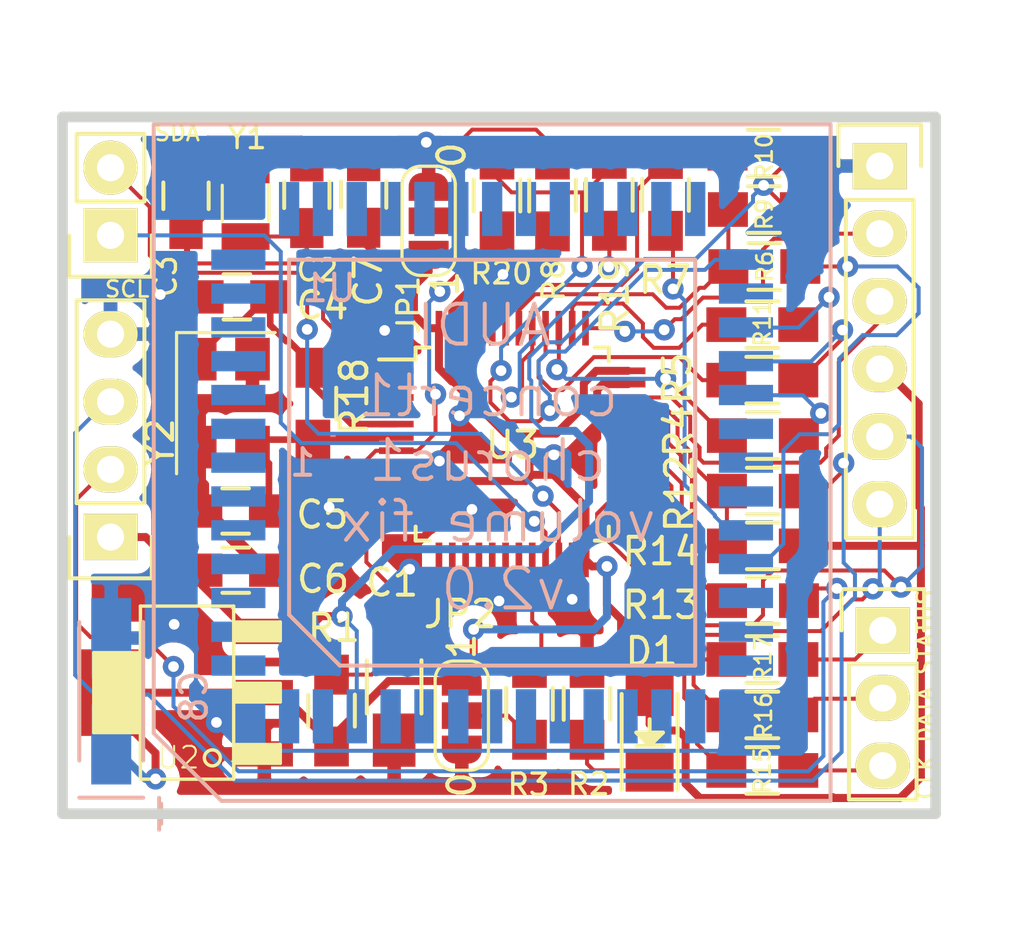
<source format=kicad_pcb>
(kicad_pcb (version 20171130) (host pcbnew 5.1.0-unknown-ab74445~82~ubuntu16.04.1)
  (layers (0 F.Cu signal) (31 B.Cu signal) (34 B.Paste user) (35 F.Paste user) (36 B.SilkS user) (37 F.SilkS user) (38 B.Mask user) (39 F.Mask user) (44 Edge.Cuts user))
  (net 0 "")
  (net 1 /RESET)
  (net 2 GND)
  (net 3 3V3)
  (net 4 "Net-(D1-Pad1)")
  (net 5 "Net-(R6-Pad1)")
  (net 6 "Net-(R10-Pad1)")
  (net 7 5V)
  (net 8 /OSC32IN)
  (net 9 /OSC32OUT)
  (net 10 /OSCIN)
  (net 11 /OSCOUT)
  (net 12 /SCL_TO_TDA)
  (net 13 /SDA_TO_TDA)
  (net 14 "Net-(CON2-Pad2)")
  (net 15 "Net-(CON2-Pad3)")
  (net 16 /STATUS_TO_PANEL)
  (net 17 /DATA_TO_PANEL)
  (net 18 /CLOCK_TO_PANEL)
  (net 19 /SWDCLK)
  (net 20 /SWDIO)
  (net 21 /BOOT0)
  (net 22 /BOOT1)
  (net 23 "Net-(R3-Pad1)")
  (net 24 /CLOCK_FROM_MCU)
  (net 25 "Net-(R4-Pad1)")
  (net 26 /DATA_FROM_MCU)
  (net 27 "Net-(R5-Pad2)")
  (net 28 /SCL_FROM_MOTO)
  (net 29 /SDA_FROM_MOTO)
  (net 30 "Net-(R8-Pad1)")
  (net 31 "Net-(R11-Pad1)")
  (net 32 /STATUS_FROM_MCU)
  (net 33 "Net-(R15-Pad2)")
  (net 34 "Net-(R16-Pad2)")
  (net 35 "Net-(R17-Pad2)")
  (net 36 /RESET_KA)
  (net 37 "Net-(R19-Pad2)")
  (net 38 /RX)
  (net 39 /TX)
  (net 40 "Net-(R12-Pad1)")
  (net 41 /RESET_MOTO)
  (module Capacitors_SMD.pretty:C_0805_HandSoldering (layer F.Cu) (at 172.9994 96.647 90)
    (fp_text reference C2 (at -2.8321 0.3937 180) (layer F.SilkS) (effects (font (size 0.8 0.8) (thickness 0.125))))
    (fp_text value 22p)
    (pad 1 smd rect (at -1.25 0 90) (size 1.5 1.25) (layers F.Cu F.Paste F.Mask) (net 8 /OSC32IN))
    (pad 2 smd rect (at 1.25 0 90) (size 1.5 1.25) (layers F.Cu F.Paste F.Mask) (net 2 GND))
  )
  (module modules:PLCC-52_mirrored (layer F.Cu) (at 179.954601 106.7054)
    (fp_text reference U1 (at -6.117001 -6.5532) (layer B.SilkS) (effects (justify mirror)))
    (fp_text value 68HC05_PLCC)
    (fp_text user 1 (at -7.112 0) (layer B.SilkS) (effects (justify mirror)))
    (pad 52 smd rect (at -9.525 -1.27) (size 2.032 0.762) (layers B.Cu B.Paste B.Mask))
    (pad 51 smd rect (at -9.525 -2.54) (size 2.032 0.762) (layers B.Cu B.Paste B.Mask))
    (pad 50 smd rect (at -9.525 -3.81) (size 2.032 0.762) (layers B.Cu B.Paste B.Mask))
    (pad 49 smd rect (at -9.525 -5.08) (size 2.032 0.762) (layers B.Cu B.Paste B.Mask))
    (pad 48 smd rect (at -9.525 -6.35) (size 2.032 0.762) (layers B.Cu B.Paste B.Mask))
    (pad 47 smd rect (at -9.525 -7.62) (size 2.032 0.762) (layers B.Cu B.Paste B.Mask))
    (pad 46 smd rect (at -7.62 -9.525) (size 0.762 2.032) (layers B.Cu B.Paste B.Mask))
    (pad 45 smd rect (at -6.35 -9.525) (size 0.762 2.032) (layers B.Cu B.Paste B.Mask))
    (pad 44 smd rect (at -5.08 -9.525) (size 0.762 2.032) (layers B.Cu B.Paste B.Mask))
    (pad 43 smd rect (at -3.81 -9.525) (size 0.762 2.032) (layers B.Cu B.Paste B.Mask))
    (pad 42 smd rect (at -2.54 -9.525) (size 0.762 2.032) (layers B.Cu B.Paste B.Mask))
    (pad 41 smd rect (at -1.27 -9.525) (size 0.762 2.032) (layers B.Cu B.Paste B.Mask) (net 2 GND))
    (pad 40 smd rect (at 0 -9.525) (size 0.762 2.032) (layers B.Cu B.Paste B.Mask))
    (pad 39 smd rect (at 1.27 -9.525) (size 0.762 2.032) (layers B.Cu B.Paste B.Mask))
    (pad 38 smd rect (at 2.54 -9.525) (size 0.762 2.032) (layers B.Cu B.Paste B.Mask))
    (pad 37 smd rect (at 3.81 -9.525) (size 0.762 2.032) (layers B.Cu B.Paste B.Mask))
    (pad 36 smd rect (at 5.08 -9.525) (size 0.762 2.032) (layers B.Cu B.Paste B.Mask))
    (pad 35 smd rect (at 6.35 -9.525) (size 0.762 2.032) (layers B.Cu B.Paste B.Mask))
    (pad 34 smd rect (at 7.62 -9.525) (size 0.762 2.032) (layers B.Cu B.Paste B.Mask))
    (pad 33 smd rect (at 9.525 -7.62) (size 2.032 0.762) (layers B.Cu B.Paste B.Mask) (net 36 /RESET_KA))
    (pad 32 smd rect (at 9.525 -6.35) (size 2.032 0.762) (layers B.Cu B.Paste B.Mask))
    (pad 31 smd rect (at 9.525 -5.08) (size 2.032 0.762) (layers B.Cu B.Paste B.Mask) (net 32 /STATUS_FROM_MCU))
    (pad 30 smd rect (at 9.525 -3.81) (size 2.032 0.762) (layers B.Cu B.Paste B.Mask) (net 26 /DATA_FROM_MCU))
    (pad 29 smd rect (at 9.525 -2.54) (size 2.032 0.762) (layers B.Cu B.Paste B.Mask) (net 24 /CLOCK_FROM_MCU))
    (pad 28 smd rect (at 9.525 -1.27) (size 2.032 0.762) (layers B.Cu B.Paste B.Mask))
    (pad 27 smd rect (at 9.525 0) (size 2.032 0.762) (layers B.Cu B.Paste B.Mask))
    (pad 26 smd rect (at 9.525 1.27) (size 2.032 0.762) (layers B.Cu B.Paste B.Mask))
    (pad 25 smd rect (at 9.525 2.54) (size 2.032 0.762) (layers B.Cu B.Paste B.Mask) (net 29 /SDA_FROM_MOTO))
    (pad 24 smd rect (at 9.525 3.81) (size 2.032 0.762) (layers B.Cu B.Paste B.Mask) (net 28 /SCL_FROM_MOTO))
    (pad 23 smd rect (at 9.525 5.08) (size 2.032 0.762) (layers B.Cu B.Paste B.Mask))
    (pad 22 smd rect (at 9.525 6.35) (size 2.032 0.762) (layers B.Cu B.Paste B.Mask))
    (pad 21 smd rect (at 9.525 7.62) (size 2.032 0.762) (layers B.Cu B.Paste B.Mask))
    (pad 20 smd rect (at 7.62 9.525) (size 0.762 2.032) (layers B.Cu B.Paste B.Mask))
    (pad 19 smd rect (at 6.35 9.525) (size 0.762 2.032) (layers B.Cu B.Paste B.Mask))
    (pad 18 smd rect (at 5.08 9.525) (size 0.762 2.032) (layers B.Cu B.Paste B.Mask) (net 41 /RESET_MOTO))
    (pad 17 smd rect (at 3.81 9.525) (size 0.762 2.032) (layers B.Cu B.Paste B.Mask))
    (pad 16 smd rect (at 2.54 9.525) (size 0.762 2.032) (layers B.Cu B.Paste B.Mask))
    (pad 15 smd rect (at 1.27 9.525) (size 0.762 2.032) (layers B.Cu B.Paste B.Mask))
    (pad 14 smd rect (at 0 9.525) (size 0.762 2.032) (layers B.Cu B.Paste B.Mask))
    (pad 13 smd rect (at -1.27 9.525) (size 0.762 2.032) (layers B.Cu B.Paste B.Mask))
    (pad 12 smd rect (at -2.54 9.525) (size 0.762 2.032) (layers B.Cu B.Paste B.Mask))
    (pad 11 smd rect (at -3.81 9.525) (size 0.762 2.032) (layers B.Cu B.Paste B.Mask))
    (pad 10 smd rect (at -5.08 9.525) (size 0.762 2.032) (layers B.Cu B.Paste B.Mask) (net 7 5V))
    (pad 9 smd rect (at -6.35 9.525) (size 0.762 2.032) (layers B.Cu B.Paste B.Mask))
    (pad 8 smd rect (at -7.62 9.525) (size 0.762 2.032) (layers B.Cu B.Paste B.Mask))
    (pad 7 smd rect (at -9.525 7.62) (size 2.032 0.762) (layers B.Cu B.Paste B.Mask))
    (pad 6 smd rect (at -9.525 6.35) (size 2.032 0.762) (layers B.Cu B.Paste B.Mask))
    (pad 5 smd rect (at -9.525 5.08) (size 2.032 0.762) (layers B.Cu B.Paste B.Mask))
    (pad 4 smd rect (at -9.525 3.81) (size 2.032 0.762) (layers B.Cu B.Paste B.Mask))
    (pad 3 smd rect (at -9.525 2.54) (size 2.032 0.762) (layers B.Cu B.Paste B.Mask))
    (pad 2 smd rect (at -9.525 1.27) (size 2.032 0.762) (layers B.Cu B.Paste B.Mask))
    (pad 1 smd rect (at -9.525 0) (size 2.032 0.762) (layers B.Cu B.Paste B.Mask))
  )
  (module Capacitors_Tantalum_SMD.pretty:TantalC_SizeA_EIA-3216_HandSoldering (layer B.Cu) (at 165.6588 115.2906 90)
    (fp_text reference C8 (at -0.20066 3.0988 90) (layer B.SilkS) (effects (justify mirror)))
    (fp_text value 10u/16V)
    (fp_text user + (at -4.59994 1.80086 90) (layer B.SilkS) (effects (justify mirror)))
    (pad 2 smd rect (at 1.99898 0 90) (size 2.99974 1.50114) (layers B.Cu B.Paste B.Mask) (net 2 GND))
    (pad 1 smd rect (at -1.99898 0 90) (size 2.99974 1.50114) (layers B.Cu B.Paste B.Mask) (net 3 3V3))
  )
  (module Capacitors_SMD.pretty:C_1206_HandSoldering (layer F.Cu) (at 176.276 115.1255 270)
    (fp_text reference C1 (at -3.9177 0.0762) (layer F.SilkS))
    (fp_text value 1uF)
    (pad 1 smd rect (at -2 0 270) (size 2 1.6) (layers F.Cu F.Paste F.Mask) (net 1 /RESET))
    (pad 2 smd rect (at 2 0 270) (size 2 1.6) (layers F.Cu F.Paste F.Mask) (net 2 GND))
  )
  (module Jumper:SolderJumper-3_P1.3mm_Open_RoundedPad1.0x1.5mm_NumberLabels (layer F.Cu) (at 178.816 116.205 90)
    (fp_text reference JP2 (at 3.81 -0.0635 180) (layer F.SilkS))
    (fp_text value SolderJumper_3_Open)
    (fp_text user 0 (at -2.6 0 90) (layer F.SilkS))
    (fp_text user 1 (at 2.6 0 90) (layer F.SilkS))
    (pad 3 smd rect (at 1 0 90) (size 0.5 1.5) (layers F.Cu F.Mask) (net 3 3V3))
    (pad 3 smd roundrect (at 1.3 0 90) (size 1 1.5) (layers F.Cu F.Mask) (roundrect_rratio 0.5) (net 3 3V3))
    (pad 2 smd rect (at 0 0 90) (size 1 1.5) (layers F.Cu F.Mask) (net 22 /BOOT1))
    (pad 1 smd rect (at -1 0 90) (size 0.5 1.5) (layers F.Cu F.Mask) (net 2 GND))
    (pad 1 smd roundrect (at -1.3 0 90) (size 1 1.5) (layers F.Cu F.Mask) (roundrect_rratio 0.5) (net 2 GND))
  )
  (module Resistors_SMD.pretty:R_0805_HandSoldering (layer F.Cu) (at 190.1152 109.8296 180)
    (fp_text reference R14 (at 3.8189 -0.2032) (layer F.SilkS))
    (fp_text value 1k5)
    (pad 2 smd rect (at 1.35 0 180) (size 1.5 1.3) (layers F.Cu F.Paste F.Mask) (net 40 "Net-(R12-Pad1)"))
    (pad 1 smd rect (at -1.35 0 180) (size 1.5 1.3) (layers F.Cu F.Paste F.Mask) (net 3 3V3))
  )
  (module Housings_QFP:LQFP-48_7x7mm_Pitch0.5mm (layer F.Cu) (at 180.7083 106.0069)
    (fp_text reference U3 (at 0.0127 0.0381) (layer F.SilkS))
    (fp_text value STM32F103C8Tx)
    (pad 48 smd rect (at -2.75 -4.35 90) (size 1.3 0.25) (layers F.Cu F.Paste F.Mask) (net 3 3V3))
    (pad 47 smd rect (at -2.25 -4.35 90) (size 1.3 0.25) (layers F.Cu F.Paste F.Mask) (net 2 GND))
    (pad 46 smd rect (at -1.75 -4.35 90) (size 1.3 0.25) (layers F.Cu F.Paste F.Mask))
    (pad 45 smd rect (at -1.25 -4.35 90) (size 1.3 0.25) (layers F.Cu F.Paste F.Mask))
    (pad 44 smd rect (at -0.75 -4.35 90) (size 1.3 0.25) (layers F.Cu F.Paste F.Mask) (net 30 "Net-(R8-Pad1)"))
    (pad 43 smd rect (at -0.25 -4.35 90) (size 1.3 0.25) (layers F.Cu F.Paste F.Mask) (net 6 "Net-(R10-Pad1)"))
    (pad 42 smd rect (at 0.25 -4.35 90) (size 1.3 0.25) (layers F.Cu F.Paste F.Mask) (net 5 "Net-(R6-Pad1)"))
    (pad 41 smd rect (at 0.75 -4.35 90) (size 1.3 0.25) (layers F.Cu F.Paste F.Mask) (net 37 "Net-(R19-Pad2)"))
    (pad 40 smd rect (at 1.25 -4.35 90) (size 1.3 0.25) (layers F.Cu F.Paste F.Mask) (net 27 "Net-(R5-Pad2)"))
    (pad 39 smd rect (at 1.75 -4.35 90) (size 1.3 0.25) (layers F.Cu F.Paste F.Mask) (net 25 "Net-(R4-Pad1)"))
    (pad 38 smd rect (at 2.25 -4.35 90) (size 1.3 0.25) (layers F.Cu F.Paste F.Mask) (net 31 "Net-(R11-Pad1)"))
    (pad 37 smd rect (at 2.75 -4.35 90) (size 1.3 0.25) (layers F.Cu F.Paste F.Mask) (net 19 /SWDCLK))
    (pad 36 smd rect (at 4.35 -2.75) (size 1.3 0.25) (layers F.Cu F.Paste F.Mask) (net 3 3V3))
    (pad 35 smd rect (at 4.35 -2.25) (size 1.3 0.25) (layers F.Cu F.Paste F.Mask) (net 2 GND))
    (pad 34 smd rect (at 4.35 -1.75) (size 1.3 0.25) (layers F.Cu F.Paste F.Mask) (net 20 /SWDIO))
    (pad 33 smd rect (at 4.35 -1.25) (size 1.3 0.25) (layers F.Cu F.Paste F.Mask))
    (pad 32 smd rect (at 4.35 -0.75) (size 1.3 0.25) (layers F.Cu F.Paste F.Mask))
    (pad 31 smd rect (at 4.35 -0.25) (size 1.3 0.25) (layers F.Cu F.Paste F.Mask) (net 38 /RX))
    (pad 30 smd rect (at 4.35 0.25) (size 1.3 0.25) (layers F.Cu F.Paste F.Mask) (net 39 /TX))
    (pad 29 smd rect (at 4.35 0.75) (size 1.3 0.25) (layers F.Cu F.Paste F.Mask))
    (pad 28 smd rect (at 4.35 1.25) (size 1.3 0.25) (layers F.Cu F.Paste F.Mask) (net 35 "Net-(R17-Pad2)"))
    (pad 27 smd rect (at 4.35 1.75) (size 1.3 0.25) (layers F.Cu F.Paste F.Mask) (net 34 "Net-(R16-Pad2)"))
    (pad 26 smd rect (at 4.35 2.25) (size 1.3 0.25) (layers F.Cu F.Paste F.Mask) (net 33 "Net-(R15-Pad2)"))
    (pad 25 smd rect (at 4.35 2.75) (size 1.3 0.25) (layers F.Cu F.Paste F.Mask))
    (pad 24 smd rect (at 2.75 4.35 90) (size 1.3 0.25) (layers F.Cu F.Paste F.Mask) (net 3 3V3))
    (pad 23 smd rect (at 2.25 4.35 90) (size 1.3 0.25) (layers F.Cu F.Paste F.Mask) (net 2 GND))
    (pad 22 smd rect (at 1.75 4.35 90) (size 1.3 0.25) (layers F.Cu F.Paste F.Mask) (net 13 /SDA_TO_TDA))
    (pad 21 smd rect (at 1.25 4.35 90) (size 1.3 0.25) (layers F.Cu F.Paste F.Mask) (net 12 /SCL_TO_TDA))
    (pad 20 smd rect (at 0.75 4.35 90) (size 1.3 0.25) (layers F.Cu F.Paste F.Mask) (net 23 "Net-(R3-Pad1)"))
    (pad 19 smd rect (at 0.25 4.35 90) (size 1.3 0.25) (layers F.Cu F.Paste F.Mask))
    (pad 18 smd rect (at -0.25 4.35 90) (size 1.3 0.25) (layers F.Cu F.Paste F.Mask))
    (pad 17 smd rect (at -0.75 4.35 90) (size 1.3 0.25) (layers F.Cu F.Paste F.Mask))
    (pad 16 smd rect (at -1.25 4.35 90) (size 1.3 0.25) (layers F.Cu F.Paste F.Mask))
    (pad 15 smd rect (at -1.75 4.35 90) (size 1.3 0.25) (layers F.Cu F.Paste F.Mask))
    (pad 14 smd rect (at -2.25 4.35 90) (size 1.3 0.25) (layers F.Cu F.Paste F.Mask))
    (pad 13 smd rect (at -2.75 4.35 90) (size 1.3 0.25) (layers F.Cu F.Paste F.Mask))
    (pad 12 smd rect (at -4.35 2.75) (size 1.3 0.25) (layers F.Cu F.Paste F.Mask))
    (pad 11 smd rect (at -4.35 2.25) (size 1.3 0.25) (layers F.Cu F.Paste F.Mask))
    (pad 10 smd rect (at -4.35 1.75) (size 1.3 0.25) (layers F.Cu F.Paste F.Mask))
    (pad 9 smd rect (at -4.35 1.25) (size 1.3 0.25) (layers F.Cu F.Paste F.Mask) (net 3 3V3))
    (pad 8 smd rect (at -4.35 0.75) (size 1.3 0.25) (layers F.Cu F.Paste F.Mask) (net 2 GND))
    (pad 7 smd rect (at -4.35 0.25) (size 1.3 0.25) (layers F.Cu F.Paste F.Mask) (net 1 /RESET))
    (pad 6 smd rect (at -4.35 -0.25) (size 1.3 0.25) (layers F.Cu F.Paste F.Mask) (net 11 /OSCOUT))
    (pad 5 smd rect (at -4.35 -0.75) (size 1.3 0.25) (layers F.Cu F.Paste F.Mask) (net 10 /OSCIN))
    (pad 4 smd rect (at -4.35 -1.25) (size 1.3 0.25) (layers F.Cu F.Paste F.Mask) (net 9 /OSC32OUT))
    (pad 3 smd rect (at -4.35 -1.75) (size 1.3 0.25) (layers F.Cu F.Paste F.Mask) (net 8 /OSC32IN))
    (pad 2 smd rect (at -4.35 -2.25) (size 1.3 0.25) (layers F.Cu F.Paste F.Mask))
    (pad 1 smd rect (at -4.35 -2.75) (size 1.3 0.25) (layers F.Cu F.Paste F.Mask))
  )
  (module LEDs.pretty:LED-1206 (layer F.Cu) (at 185.8645 116.84 90)
    (fp_text reference D1 (at 3.048 0.0762 -180) (layer F.SilkS))
    (fp_text value red)
    (pad 2 smd rect (at 1.41986 0 270) (size 1.59766 1.80086) (layers F.Cu F.Paste F.Mask) (net 3 3V3))
    (pad 1 smd rect (at -1.41986 0 270) (size 1.59766 1.80086) (layers F.Cu F.Paste F.Mask) (net 4 "Net-(D1-Pad1)"))
  )
  (module Resistors_SMD.pretty:R_0805_HandSoldering (layer F.Cu) (at 173.9265 116.0145 270)
    (fp_text reference R1 (at -3.1026 -0.0889) (layer F.SilkS))
    (fp_text value 100k)
    (pad 2 smd rect (at 1.35 0 270) (size 1.5 1.3) (layers F.Cu F.Paste F.Mask) (net 3 3V3))
    (pad 1 smd rect (at -1.35 0 270) (size 1.5 1.3) (layers F.Cu F.Paste F.Mask) (net 1 /RESET))
  )
  (module Resistors_SMD.pretty:R_0805_HandSoldering (layer F.Cu) (at 183.515 115.7605 270)
    (fp_text reference R2 (at 3.0099 -0.0635) (layer F.SilkS) (effects (font (size 0.8 0.8) (thickness 0.125))))
    (fp_text value 1k)
    (pad 1 smd rect (at -1.35 0 270) (size 1.5 1.3) (layers F.Cu F.Paste F.Mask) (net 2 GND))
    (pad 2 smd rect (at 1.35 0 270) (size 1.5 1.3) (layers F.Cu F.Paste F.Mask) (net 4 "Net-(D1-Pad1)"))
  )
  (module Resistors_SMD.pretty:R_0805_HandSoldering (layer F.Cu) (at 181.356 115.7605 270)
    (fp_text reference R3 (at 3.0353 0.0381) (layer F.SilkS) (effects (font (size 0.8 0.8) (thickness 0.125))))
    (fp_text value 100k)
    (pad 1 smd rect (at -1.35 0 270) (size 1.5 1.3) (layers F.Cu F.Paste F.Mask) (net 23 "Net-(R3-Pad1)"))
    (pad 2 smd rect (at 1.35 0 270) (size 1.5 1.3) (layers F.Cu F.Paste F.Mask) (net 22 /BOOT1))
  )
  (module Resistors_SMD.pretty:R_0805_HandSoldering (layer F.Cu) (at 190.1152 105.6894)
    (fp_text reference R4 (at -3.1712 -0.16764 90) (layer F.SilkS))
    (fp_text value 1k)
    (pad 2 smd rect (at 1.35 0) (size 1.5 1.3) (layers F.Cu F.Paste F.Mask) (net 24 /CLOCK_FROM_MCU))
    (pad 1 smd rect (at -1.35 0) (size 1.5 1.3) (layers F.Cu F.Paste F.Mask) (net 25 "Net-(R4-Pad1)"))
  )
  (module Resistors_SMD.pretty:R_0805_HandSoldering (layer F.Cu) (at 190.0936 103.6066 180)
    (fp_text reference R5 (at 3.19152 0.07112 270) (layer F.SilkS))
    (fp_text value 1k)
    (pad 1 smd rect (at -1.35 0 180) (size 1.5 1.3) (layers F.Cu F.Paste F.Mask) (net 26 /DATA_FROM_MCU))
    (pad 2 smd rect (at 1.35 0 180) (size 1.5 1.3) (layers F.Cu F.Paste F.Mask) (net 27 "Net-(R5-Pad2)"))
  )
  (module Resistors_SMD.pretty:R_0805_HandSoldering (layer F.Cu) (at 190.1698 99.3394)
    (fp_text reference R6 (at 0.0254 0 90) (layer F.SilkS) (effects (font (size 0.6 0.6) (thickness 0.1))))
    (fp_text value 1k)
    (pad 1 smd rect (at -1.35 0) (size 1.5 1.3) (layers F.Cu F.Paste F.Mask) (net 5 "Net-(R6-Pad1)"))
    (pad 2 smd rect (at 1.35 0) (size 1.5 1.3) (layers F.Cu F.Paste F.Mask) (net 28 /SCL_FROM_MOTO))
  )
  (module Resistors_SMD.pretty:R_0805_HandSoldering (layer F.Cu) (at 186.4614 96.6508 270)
    (fp_text reference R7 (at 3.18896 0.0254) (layer F.SilkS))
    (fp_text value 1k)
    (pad 2 smd rect (at 1.35 0 270) (size 1.5 1.3) (layers F.Cu F.Paste F.Mask) (net 29 /SDA_FROM_MOTO))
    (pad 1 smd rect (at -1.35 0 270) (size 1.5 1.3) (layers F.Cu F.Paste F.Mask) (net 6 "Net-(R10-Pad1)"))
  )
  (module Resistors_SMD.pretty:R_0805_HandSoldering (layer F.Cu) (at 182.2196 96.6724 90)
    (fp_text reference R8 (at -3.1877 0.0381 270) (layer F.SilkS) (effects (font (size 0.8 0.8) (thickness 0.125))))
    (fp_text value 100k)
    (pad 2 smd rect (at 1.35 0 90) (size 1.5 1.3) (layers F.Cu F.Paste F.Mask) (net 21 /BOOT0))
    (pad 1 smd rect (at -1.35 0 90) (size 1.5 1.3) (layers F.Cu F.Paste F.Mask) (net 30 "Net-(R8-Pad1)"))
  )
  (module Resistors_SMD.pretty:R_0805_HandSoldering (layer F.Cu) (at 190.15328 97.20072 180)
    (fp_text reference R9 (at -0.01652 -0.18288 270) (layer F.SilkS) (effects (font (size 0.6 0.6) (thickness 0.1))))
    (fp_text value 47k)
    (pad 1 smd rect (at -1.35 0 180) (size 1.5 1.3) (layers F.Cu F.Paste F.Mask) (net 7 5V))
    (pad 2 smd rect (at 1.35 0 180) (size 1.5 1.3) (layers F.Cu F.Paste F.Mask) (net 5 "Net-(R6-Pad1)"))
  )
  (module Resistors_SMD.pretty:R_0805_HandSoldering (layer F.Cu) (at 190.13804 95.08744)
    (fp_text reference R10 (at 0.03176 0.11176 90) (layer F.SilkS) (effects (font (size 0.6 0.6) (thickness 0.1))))
    (fp_text value 47k)
    (pad 2 smd rect (at 1.35 0) (size 1.5 1.3) (layers F.Cu F.Paste F.Mask) (net 7 5V))
    (pad 1 smd rect (at -1.35 0) (size 1.5 1.3) (layers F.Cu F.Paste F.Mask) (net 6 "Net-(R10-Pad1)"))
  )
  (module Resistors_SMD.pretty:R_0805_HandSoldering (layer F.Cu) (at 190.0936 101.5238)
    (fp_text reference R11 (at 0 -0.0508 90) (layer F.SilkS) (effects (font (size 0.6 0.6) (thickness 0.1))))
    (fp_text value 1k)
    (pad 1 smd rect (at -1.35 0) (size 1.5 1.3) (layers F.Cu F.Paste F.Mask) (net 31 "Net-(R11-Pad1)"))
    (pad 2 smd rect (at 1.35 0) (size 1.5 1.3) (layers F.Cu F.Paste F.Mask) (net 32 /STATUS_FROM_MCU))
  )
  (module Capacitors_SMD.pretty:C_0805_HandSoldering (layer F.Cu) (at 168.4655 96.6851 270)
    (fp_text reference C3 (at 3.0226 0.762 90) (layer F.SilkS) (effects (font (size 0.8 0.8) (thickness 0.125))))
    (fp_text value 22p)
    (pad 2 smd rect (at 1.25 0 270) (size 1.5 1.25) (layers F.Cu F.Paste F.Mask) (net 9 /OSC32OUT))
    (pad 1 smd rect (at -1.25 0 270) (size 1.5 1.25) (layers F.Cu F.Paste F.Mask) (net 2 GND))
  )
  (module Capacitors_SMD.pretty:C_0805_HandSoldering (layer F.Cu) (at 170.3759 100.4824 180)
    (fp_text reference C4 (at -3.2077 -0.3175 180) (layer F.SilkS))
    (fp_text value 22p)
    (pad 2 smd rect (at 1.25 0 180) (size 1.5 1.25) (layers F.Cu F.Paste F.Mask) (net 2 GND))
    (pad 1 smd rect (at -1.25 0 180) (size 1.5 1.25) (layers F.Cu F.Paste F.Mask) (net 10 /OSCIN))
  )
  (module Capacitors_SMD.pretty:C_0805_HandSoldering (layer F.Cu) (at 170.327 108.5215)
    (fp_text reference C5 (at 3.2566 0.1397) (layer F.SilkS))
    (fp_text value 22p)
    (pad 1 smd rect (at -1.25 0) (size 1.5 1.25) (layers F.Cu F.Paste F.Mask) (net 2 GND))
    (pad 2 smd rect (at 1.25 0) (size 1.5 1.25) (layers F.Cu F.Paste F.Mask) (net 11 /OSCOUT))
  )
  (module Capacitors_SMD.pretty:C_0805_HandSoldering (layer F.Cu) (at 170.3324 110.744)
    (fp_text reference C6 (at 3.2766 0.3302 -180) (layer F.SilkS))
    (fp_text value 100n)
    (pad 2 smd rect (at 1.25 0) (size 1.5 1.25) (layers F.Cu F.Paste F.Mask) (net 2 GND))
    (pad 1 smd rect (at -1.25 0) (size 1.5 1.25) (layers F.Cu F.Paste F.Mask) (net 7 5V))
  )
  (module Capacitors_SMD.pretty:C_0805_HandSoldering (layer F.Cu) (at 175.133 96.6343 90)
    (fp_text reference C7 (at -3.2385 0.1651 90) (layer F.SilkS))
    (fp_text value 100n)
    (pad 1 smd rect (at -1.25 0 90) (size 1.5 1.25) (layers F.Cu F.Paste F.Mask) (net 3 3V3))
    (pad 2 smd rect (at 1.25 0 90) (size 1.5 1.25) (layers F.Cu F.Paste F.Mask) (net 2 GND))
  )
  (module Pin_Headers.pretty:Pin_Header_Straight_1x02 (layer F.Cu) (at 165.6334 98.171 180)
    (fp_text reference CON1 hide)
    (fp_text value I2C_to_TDA)
    (pad 1 thru_hole rect (at 0 0 180) (size 2.032 2.032) (drill 1.016) (layers *.Cu *.Mask F.SilkS) (net 12 /SCL_TO_TDA))
    (pad 2 thru_hole oval (at 0 2.54 180) (size 2.032 2.032) (drill 1.016) (layers *.Cu *.Mask F.SilkS) (net 13 /SDA_TO_TDA))
  )
  (module Pin_Headers.pretty:Pin_Header_Straight_1x04 (layer F.Cu) (at 165.6334 109.4994 180)
    (fp_text reference CON2 hide)
    (fp_text value USB)
    (pad 1 thru_hole rect (at 0 0 180) (size 2.032 1.7272) (drill 1.016) (layers *.Cu *.Mask F.SilkS) (net 7 5V))
    (pad 2 thru_hole oval (at 0 2.54 180) (size 2.032 1.7272) (drill 1.016) (layers *.Cu *.Mask F.SilkS) (net 14 "Net-(CON2-Pad2)"))
    (pad 3 thru_hole oval (at 0 5.08 180) (size 2.032 1.7272) (drill 1.016) (layers *.Cu *.Mask F.SilkS) (net 15 "Net-(CON2-Pad3)"))
    (pad 4 thru_hole oval (at 0 7.62 180) (size 2.032 1.7272) (drill 1.016) (layers *.Cu *.Mask F.SilkS) (net 2 GND))
  )
  (module Pin_Headers.pretty:Pin_Header_Straight_1x03 (layer F.Cu) (at 194.6148 113.0046)
    (fp_text reference CON3 hide)
    (fp_text value SPI_TO_PANEL)
    (pad 1 thru_hole rect (at 0 0) (size 2.032 1.7272) (drill 1.016) (layers *.Cu *.Mask F.SilkS) (net 16 /STATUS_TO_PANEL))
    (pad 2 thru_hole oval (at 0 2.54) (size 2.032 1.7272) (drill 1.016) (layers *.Cu *.Mask F.SilkS) (net 17 /DATA_TO_PANEL))
    (pad 3 thru_hole oval (at 0 5.08) (size 2.032 1.7272) (drill 1.016) (layers *.Cu *.Mask F.SilkS) (net 18 /CLOCK_TO_PANEL))
  )
  (module Jumper:SolderJumper-3_P1.3mm_Open_RoundedPad1.0x1.5mm_NumberLabels (layer F.Cu) (at 177.5714 97.6249 270)
    (fp_text reference JP1 (at 3.1623 0.762 90) (layer F.SilkS) (effects (font (size 0.8 0.8) (thickness 0.125))))
    (fp_text value SolderJumper_3_Open)
    (fp_text user 0 (at -2.4638 -0.8636 90) (layer F.SilkS))
    (fp_text user 1 (at 2.3576 -0.6096 270) (layer F.SilkS))
    (pad 3 smd rect (at 1 0 270) (size 0.5 1.5) (layers F.Cu F.Mask) (net 3 3V3))
    (pad 3 smd roundrect (at 1.3 0 270) (size 1 1.5) (layers F.Cu F.Mask) (roundrect_rratio 0.5) (net 3 3V3))
    (pad 2 smd rect (at 0 0 270) (size 1 1.5) (layers F.Cu F.Mask) (net 21 /BOOT0))
    (pad 1 smd rect (at -1 0 270) (size 0.5 1.5) (layers F.Cu F.Mask) (net 2 GND))
    (pad 1 smd roundrect (at -1.3 0 270) (size 1 1.5) (layers F.Cu F.Mask) (roundrect_rratio 0.5) (net 2 GND))
  )
  (module Resistors_SMD.pretty:R_0805_HandSoldering (layer F.Cu) (at 190.1152 107.7722)
    (fp_text reference R12 (at -3.1331 0.0889 90) (layer F.SilkS))
    (fp_text value 20)
    (pad 2 smd rect (at 1.35 0) (size 1.5 1.3) (layers F.Cu F.Paste F.Mask) (net 15 "Net-(CON2-Pad3)"))
    (pad 1 smd rect (at -1.35 0) (size 1.5 1.3) (layers F.Cu F.Paste F.Mask) (net 40 "Net-(R12-Pad1)"))
  )
  (module Resistors_SMD.pretty:R_0805_HandSoldering (layer F.Cu) (at 190.119 111.887 180)
    (fp_text reference R13 (at 3.8227 -0.1651) (layer F.SilkS))
    (fp_text value 20)
    (pad 1 smd rect (at -1.35 0 180) (size 1.5 1.3) (layers F.Cu F.Paste F.Mask) (net 14 "Net-(CON2-Pad2)"))
    (pad 2 smd rect (at 1.35 0 180) (size 1.5 1.3) (layers F.Cu F.Paste F.Mask))
  )
  (module Resistors_SMD.pretty:R_0805_HandSoldering (layer F.Cu) (at 190.0936 118.2624 180)
    (fp_text reference R15 (at 0 0 270) (layer F.SilkS) (effects (font (size 0.6 0.6) (thickness 0.1))))
    (fp_text value 1k)
    (pad 1 smd rect (at -1.35 0 180) (size 1.5 1.3) (layers F.Cu F.Paste F.Mask) (net 18 /CLOCK_TO_PANEL))
    (pad 2 smd rect (at 1.35 0 180) (size 1.5 1.3) (layers F.Cu F.Paste F.Mask) (net 33 "Net-(R15-Pad2)"))
  )
  (module Resistors_SMD.pretty:R_0805_HandSoldering (layer F.Cu) (at 190.0936 116.1796 180)
    (fp_text reference R16 (at -0.0508 -0.0254 270) (layer F.SilkS) (effects (font (size 0.6 0.6) (thickness 0.1))))
    (fp_text value 1k)
    (pad 2 smd rect (at 1.35 0 180) (size 1.5 1.3) (layers F.Cu F.Paste F.Mask) (net 34 "Net-(R16-Pad2)"))
    (pad 1 smd rect (at -1.35 0 180) (size 1.5 1.3) (layers F.Cu F.Paste F.Mask) (net 17 /DATA_TO_PANEL))
  )
  (module Resistors_SMD.pretty:R_0805_HandSoldering (layer F.Cu) (at 190.0974 114.0968 180)
    (fp_text reference R17 (at -0.0216 0.0254 270) (layer F.SilkS) (effects (font (size 0.6 0.6) (thickness 0.1))))
    (fp_text value 1k)
    (pad 1 smd rect (at -1.35 0 180) (size 1.5 1.3) (layers F.Cu F.Paste F.Mask) (net 16 /STATUS_TO_PANEL))
    (pad 2 smd rect (at 1.35 0 180) (size 1.5 1.3) (layers F.Cu F.Paste F.Mask) (net 35 "Net-(R17-Pad2)"))
  )
  (module Resistors_SMD.pretty:R_0805_HandSoldering (layer F.Cu) (at 173.228 104.4918 90)
    (fp_text reference R18 (at 0.2756 1.5494 90) (layer F.SilkS))
    (fp_text value 1M)
    (pad 1 smd rect (at -1.35 0 90) (size 1.5 1.3) (layers F.Cu F.Paste F.Mask) (net 11 /OSCOUT))
    (pad 2 smd rect (at 1.35 0 90) (size 1.5 1.3) (layers F.Cu F.Paste F.Mask) (net 10 /OSCIN))
  )
  (module Crystals:Crystal_SMD_3215-2pin_3.2x1.5mm (layer F.Cu) (at 170.7007 96.9645 270)
    (fp_text reference Y1 (at -2.4511 -0.0635) (layer F.SilkS) (effects (font (size 0.8 0.8) (thickness 0.125))))
    (fp_text value Crystal_GND24)
    (pad 2 smd rect (at -1.25 0 270) (size 1 1.8) (layers F.Cu F.Paste F.Mask) (net 9 /OSC32OUT))
    (pad 1 smd rect (at 1.25 0 270) (size 1 1.8) (layers F.Cu F.Paste F.Mask) (net 8 /OSC32IN))
  )
  (module Crystals:Crystal_SMD_5032-4pin_5.0x3.2mm (layer F.Cu) (at 169.9608 104.4712 270)
    (fp_text reference Y2 (at 1.4722 2.4732 270) (layer F.SilkS))
    (fp_text value Crystal_GND24)
    (pad 4 smd rect (at -1.65 -1 270) (size 1.6 1.3) (layers F.Cu F.Paste F.Mask) (net 2 GND))
    (pad 3 smd rect (at 1.65 -1 270) (size 1.6 1.3) (layers F.Cu F.Paste F.Mask) (net 11 /OSCOUT))
    (pad 2 smd rect (at 1.65 1 270) (size 1.6 1.3) (layers F.Cu F.Paste F.Mask) (net 2 GND))
    (pad 1 smd rect (at -1.65 1 270) (size 1.6 1.3) (layers F.Cu F.Paste F.Mask) (net 10 /OSCIN))
  )
  (module Resistors_SMD.pretty:R_0805_HandSoldering (layer F.Cu) (at 184.3532 96.647 270)
    (fp_text reference R19 (at 3.7846 -0.2032 90) (layer F.SilkS))
    (fp_text value 1k)
    (pad 1 smd rect (at -1.35 0 270) (size 1.5 1.3) (layers F.Cu F.Paste F.Mask) (net 36 /RESET_KA))
    (pad 2 smd rect (at 1.35 0 270) (size 1.5 1.3) (layers F.Cu F.Paste F.Mask) (net 37 "Net-(R19-Pad2)"))
  )
  (module ab2_sot.mod:AB2_SOT223 (layer F.Cu) (at 168.5036 115.3414 90)
    (fp_text reference U2 (at -2.4384 -0.3302 180) (layer F.SilkS) (effects (font (size 0.8128 0.8128) (thickness 0.0762))))
    (fp_text value AP1117-33 hide)
    (pad 2 smd rect (at 0 -2.9 90) (size 3.25 2.15) (layers F.Cu F.Paste F.Mask) (net 3 3V3))
    (pad 1 smd rect (at -2.3 2.9 90) (size 0.95 2.15) (layers F.Cu F.Paste F.Mask) (net 2 GND))
    (pad 2 smd rect (at 0 2.9 90) (size 0.95 2.15) (layers F.Cu F.Paste F.Mask) (net 3 3V3))
    (pad 3 smd rect (at 2.3 2.9 90) (size 0.95 2.15) (layers F.Cu F.Paste F.Mask) (net 7 5V))
  )
  (module Pin_Headers.pretty:Pin_Header_Straight_1x06 (layer F.Cu) (at 194.5005 95.5675)
    (fp_text reference CON4 hide)
    (fp_text value JLINK)
    (pad 1 thru_hole rect (at 0 0) (size 2.032 1.7272) (drill 1.016) (layers *.Cu *.Mask F.SilkS) (net 2 GND))
    (pad 2 thru_hole oval (at 0 2.54) (size 2.032 1.7272) (drill 1.016) (layers *.Cu *.Mask F.SilkS) (net 19 /SWDCLK))
    (pad 3 thru_hole oval (at 0 5.08) (size 2.032 1.7272) (drill 1.016) (layers *.Cu *.Mask F.SilkS) (net 20 /SWDIO))
    (pad 4 thru_hole oval (at 0 7.62) (size 2.032 1.7272) (drill 1.016) (layers *.Cu *.Mask F.SilkS) (net 3 3V3))
    (pad 5 thru_hole oval (at 0 10.16) (size 2.032 1.7272) (drill 1.016) (layers *.Cu *.Mask F.SilkS) (net 38 /RX))
    (pad 6 thru_hole oval (at 0 12.7) (size 2.032 1.7272) (drill 1.016) (layers *.Cu *.Mask F.SilkS) (net 39 /TX))
  )
  (module Resistors_SMD.pretty:R_0805_HandSoldering (layer F.Cu) (at 180.1368 96.6724 270)
    (fp_text reference R20 (at 2.921 -0.1651) (layer F.SilkS) (effects (font (size 0.8 0.8) (thickness 0.125))))
    (fp_text value 1k)
    (pad 1 smd rect (at -1.35 0 270) (size 1.5 1.3) (layers F.Cu F.Paste F.Mask) (net 36 /RESET_KA))
    (pad 2 smd rect (at 1.35 0 270) (size 1.5 1.3) (layers F.Cu F.Paste F.Mask) (net 1 /RESET))
  )
  (gr_text v2.0 (at 180.3781 111.4552) (layer B.SilkS) (effects (font (size 1.5 1.5)) (justify mirror)))
  (gr_text "volume fix" (at 180.1876 108.9152) (layer B.SilkS) (effects (font (size 1.5 1.5)) (justify mirror)))
  (gr_text chorus1 (at 179.7812 106.6292) (layer B.SilkS) (effects (font (size 1.5 1.5)) (justify mirror)))
  (gr_text concert1 (at 179.8066 104.2035) (layer B.SilkS) (effects (font (size 1.5 1.5)) (justify mirror)))
  (gr_text AUDI (at 179.6415 101.5492) (layer B.SilkS) (effects (font (size 1.5 1.5)) (justify mirror)))
  (gr_text "CLK DATA STATUS" (at 196.215 115.4176 90) (layer F.SilkS) (effects (font (size 0.6 0.6) (thickness 0.1))))
  (gr_text SDA (at 168.1353 94.3229) (layer F.SilkS) (effects (font (size 0.6 0.6) (thickness 0.1))))
  (gr_text SCL (at 166.2557 100.1903) (layer F.SilkS) (effects (font (size 0.6 0.6) (thickness 0.1))))
  (gr_line (start 196.596 93.726) (end 196.342 93.726) (layer Edge.Cuts) (width 0.4))
  (gr_line (start 196.596 119.888) (end 196.596 93.726) (layer Edge.Cuts) (width 0.4))
  (gr_line (start 163.83 119.888) (end 196.596 119.888) (layer Edge.Cuts) (width 0.4))
  (gr_line (start 163.83 93.726) (end 163.83 119.888) (layer Edge.Cuts) (width 0.4))
  (gr_line (start 164.084 93.726) (end 163.83 93.726) (layer Edge.Cuts) (width 0.4))
  (gr_line (start 196.342 93.726) (end 164.084 93.726) (layer Edge.Cuts) (width 0.4))
  (segment (start 187.452 110.844) (end 188.6474 112.0394) (width 0.15) (layer F.Cu) (net 0))
  (segment (start 187.452 107.261182) (end 187.452 110.844) (width 0.15) (layer F.Cu) (net 0))
  (segment (start 187.040011 106.849193) (end 187.452 107.261182) (width 0.15) (layer F.Cu) (net 0))
  (segment (start 186.563 105.2569) (end 186.563 105.9616) (width 0.15) (layer F.Cu) (net 0))
  (segment (start 186.563 105.9616) (end 187.040011 106.438611) (width 0.15) (layer F.Cu) (net 0))
  (segment (start 187.040011 106.438611) (end 187.040011 106.849193) (width 0.15) (layer F.Cu) (net 0))
  (segment (start 188.6474 112.0394) (end 188.7474 112.0394) (width 0.15) (layer F.Cu) (net 0))
  (segment (start 185.0583 105.2569) (end 186.563 105.2569) (width 0.15) (layer F.Cu) (net 0))
  (segment (start 176.8348 112.039) (end 176.8348 113.189) (width 0.15) (layer F.Cu) (net 1))
  (segment (start 175.2346 110.4388) (end 176.8348 112.039) (width 0.15) (layer F.Cu) (net 1))
  (segment (start 175.588298 106.2569) (end 175.2346 106.610598) (width 0.15) (layer F.Cu) (net 1))
  (segment (start 176.3583 106.2569) (end 175.588298 106.2569) (width 0.15) (layer F.Cu) (net 1))
  (segment (start 175.2346 106.610598) (end 175.2346 110.4388) (width 0.15) (layer F.Cu) (net 1))
  (segment (start 175.4355 114.6645) (end 176.276 113.824) (width 0.15) (layer F.Cu) (net 1))
  (segment (start 173.9265 114.6645) (end 175.4355 114.6645) (width 0.15) (layer F.Cu) (net 1))
  (segment (start 178.390499 99.879201) (end 177.9905 100.2792) (width 0.15) (layer F.Cu) (net 1))
  (segment (start 180.1368 98.7082) (end 179.5615 98.7082) (width 0.15) (layer F.Cu) (net 1))
  (segment (start 179.5615 98.7082) (end 178.390499 99.879201) (width 0.15) (layer F.Cu) (net 1))
  (via (at 177.9905 100.2792) (size 0.8) (drill 0.4) (layers F.Cu B.Cu) (net 1))
  (via (at 177.829975 104.135425) (size 0.8) (drill 0.4) (layers F.Cu B.Cu) (net 1))
  (segment (start 177.590501 100.679199) (end 177.590501 103.895951) (width 0.15) (layer B.Cu) (net 1))
  (segment (start 176.3583 106.2569) (end 177.1583 106.2569) (width 0.15) (layer F.Cu) (net 1))
  (segment (start 177.829975 104.70111) (end 177.829975 104.135425) (width 0.15) (layer F.Cu) (net 1))
  (segment (start 177.829975 105.585225) (end 177.829975 104.70111) (width 0.15) (layer F.Cu) (net 1))
  (segment (start 177.9905 100.2792) (end 177.590501 100.679199) (width 0.15) (layer B.Cu) (net 1))
  (segment (start 177.590501 103.895951) (end 177.829975 104.135425) (width 0.15) (layer B.Cu) (net 1))
  (segment (start 177.1583 106.2569) (end 177.829975 105.585225) (width 0.15) (layer F.Cu) (net 1))
  (segment (start 170.9608 103.7712) (end 170.8912 103.8408) (width 0.15) (layer F.Cu) (net 2))
  (segment (start 170.9608 102.8212) (end 170.9608 103.7712) (width 0.15) (layer F.Cu) (net 2))
  (segment (start 170.8912 103.8408) (end 170.8912 104.267) (width 0.15) (layer F.Cu) (net 2))
  (segment (start 170.8912 104.267) (end 170.688 104.4702) (width 0.15) (layer F.Cu) (net 2))
  (segment (start 167.7416 100.4824) (end 169.1259 100.4824) (width 0.15) (layer F.Cu) (net 2))
  (segment (start 167.7162 100.457) (end 167.7416 100.4824) (width 0.15) (layer F.Cu) (net 2))
  (segment (start 167.7162 100.965) (end 167.4622 100.711) (width 0.25) (layer F.Cu) (net 2))
  (segment (start 169.202 108.5215) (end 171.615 110.9345) (width 0.5) (layer F.Cu) (net 2))
  (segment (start 169.077 108.5215) (end 169.202 108.5215) (width 0.15) (layer F.Cu) (net 2))
  (segment (start 171.615 110.9345) (end 171.704 110.9345) (width 0.15) (layer F.Cu) (net 2))
  (segment (start 168.9608 104.521) (end 168.91 104.4702) (width 0.3) (layer F.Cu) (net 2))
  (segment (start 168.9608 106.1212) (end 168.9608 104.521) (width 0.3) (layer F.Cu) (net 2))
  (segment (start 168.91 104.4702) (end 167.9448 104.4702) (width 0.15) (layer F.Cu) (net 2))
  (segment (start 170.688 104.4702) (end 168.91 104.4702) (width 0.15) (layer F.Cu) (net 2))
  (segment (start 167.9448 104.4702) (end 167.7162 104.4702) (width 0.3) (layer F.Cu) (net 2))
  (segment (start 167.7162 104.4702) (end 167.7162 101.346) (width 0.3) (layer F.Cu) (net 2))
  (segment (start 167.7162 101.346) (end 167.7162 100.965) (width 0.25) (layer F.Cu) (net 2))
  (segment (start 167.7162 100.6094) (end 167.64 100.5332) (width 0.3) (layer F.Cu) (net 2))
  (segment (start 167.7162 100.965) (end 167.7162 100.6094) (width 0.3) (layer F.Cu) (net 2))
  (segment (start 167.64 100.5332) (end 167.7162 100.457) (width 0.15) (layer F.Cu) (net 2))
  (segment (start 167.4622 100.711) (end 167.64 100.5332) (width 0.15) (layer F.Cu) (net 2))
  (segment (start 171.4036 117.6414) (end 170.8036 117.6414) (width 0.3) (layer F.Cu) (net 2))
  (segment (start 170.6753 117.5258) (end 170.008499 116.858999) (width 0.15) (layer B.Cu) (net 2))
  (segment (start 170.008499 116.858999) (end 169.6085 116.459) (width 0.15) (layer B.Cu) (net 2))
  (via (at 169.6085 116.459) (size 0.8) (drill 0.4) (layers F.Cu B.Cu) (net 2))
  (segment (start 169.6212 116.459) (end 169.6085 116.459) (width 0.3) (layer F.Cu) (net 2))
  (segment (start 170.8036 117.6414) (end 169.6212 116.459) (width 0.3) (layer F.Cu) (net 2))
  (segment (start 190.119 117.5258) (end 170.6753 117.5258) (width 0.15) (layer B.Cu) (net 2))
  (via (at 180.357996 99.636796) (size 0.8) (drill 0.4) (layers F.Cu B.Cu) (net 2))
  (segment (start 178.4583 100.883302) (end 179.704806 99.636796) (width 0.3) (layer F.Cu) (net 2))
  (segment (start 179.704806 99.636796) (end 179.792311 99.636796) (width 0.3) (layer F.Cu) (net 2))
  (segment (start 178.4583 101.6569) (end 178.4583 100.883302) (width 0.3) (layer F.Cu) (net 2))
  (segment (start 179.792311 99.636796) (end 180.357996 99.636796) (width 0.3) (layer F.Cu) (net 2))
  (segment (start 175.0368 95.1557) (end 175.114001 95.078499) (width 0.3) (layer F.Cu) (net 2))
  (segment (start 175.0695 95.123) (end 175.114001 95.078499) (width 0.3) (layer F.Cu) (net 2))
  (segment (start 177.546 95.601) (end 177.4825 95.5375) (width 0.3) (layer F.Cu) (net 2))
  (segment (start 177.082501 95.078499) (end 177.4825 94.6785) (width 0.3) (layer F.Cu) (net 2))
  (via (at 177.4825 94.6785) (size 0.8) (drill 0.4) (layers F.Cu B.Cu) (net 2))
  (segment (start 177.4825 95.5375) (end 177.4825 95.244185) (width 0.3) (layer F.Cu) (net 2))
  (segment (start 177.4825 95.244185) (end 177.4825 94.6785) (width 0.3) (layer F.Cu) (net 2))
  (via (at 175.9204 101.7397) (size 0.8) (drill 0.4) (layers F.Cu B.Cu) (net 2))
  (segment (start 175.9204 101.174015) (end 175.9204 101.7397) (width 0.3) (layer B.Cu) (net 2))
  (segment (start 175.9204 100.729515) (end 175.9204 101.174015) (width 0.3) (layer B.Cu) (net 2))
  (segment (start 177.413118 99.236797) (end 175.9204 100.729515) (width 0.3) (layer B.Cu) (net 2))
  (segment (start 180.357996 99.636796) (end 179.957997 99.236797) (width 0.3) (layer B.Cu) (net 2))
  (segment (start 179.957997 99.236797) (end 177.413118 99.236797) (width 0.3) (layer B.Cu) (net 2))
  (via (at 179.197 108.458) (size 0.8) (drill 0.4) (layers F.Cu B.Cu) (net 2))
  (segment (start 179.197 108.458) (end 178.4604 108.458) (width 0.3) (layer F.Cu) (net 2))
  (segment (start 177.686499 109.231901) (end 177.648399 109.231901) (width 0.3) (layer F.Cu) (net 2))
  (segment (start 178.4604 108.458) (end 177.686499 109.231901) (width 0.3) (layer F.Cu) (net 2))
  (segment (start 177.648399 109.231901) (end 176.6189 110.2614) (width 0.3) (layer F.Cu) (net 2))
  (via (at 176.8602 110.7066) (size 0.8) (drill 0.4) (layers F.Cu B.Cu) (net 2))
  (segment (start 176.8602 110.0201) (end 176.8602 110.7066) (width 0.3) (layer F.Cu) (net 2))
  (segment (start 177.648399 109.231901) (end 176.8602 110.0201) (width 0.3) (layer F.Cu) (net 2))
  (segment (start 176.8602 110.7066) (end 176.8602 112.3823) (width 0.3) (layer B.Cu) (net 2))
  (segment (start 182.9583 112.1177) (end 183.5531 112.7125) (width 0.3) (layer F.Cu) (net 2))
  (segment (start 183.515 112.7506) (end 183.515 114.4105) (width 0.3) (layer F.Cu) (net 2))
  (segment (start 183.5531 112.7125) (end 183.515 112.7506) (width 0.3) (layer F.Cu) (net 2))
  (via (at 182.9583 111.8362) (size 0.8) (drill 0.4) (layers F.Cu B.Cu) (net 2))
  (segment (start 182.9583 110.3569) (end 182.9583 111.8362) (width 0.3) (layer F.Cu) (net 2))
  (segment (start 182.9583 111.8362) (end 182.9583 112.1177) (width 0.3) (layer F.Cu) (net 2))
  (via (at 180.213 111.8997) (size 0.8) (drill 0.4) (layers F.Cu B.Cu) (net 2))
  (segment (start 180.2765 111.8362) (end 180.213 111.8997) (width 0.3) (layer B.Cu) (net 2))
  (segment (start 182.9583 111.8362) (end 180.2765 111.8362) (width 0.3) (layer B.Cu) (net 2))
  (segment (start 177.7873 111.8997) (end 176.8602 110.9726) (width 0.3) (layer F.Cu) (net 2))
  (segment (start 176.8602 110.9726) (end 176.8602 110.7066) (width 0.3) (layer F.Cu) (net 2))
  (segment (start 180.213 111.8997) (end 177.7873 111.8997) (width 0.3) (layer F.Cu) (net 2))
  (via (at 173.8376 108.3691) (size 0.8) (drill 0.4) (layers F.Cu B.Cu) (net 2))
  (via (at 167.5003 100.3935) (size 0.8) (drill 0.4) (layers F.Cu B.Cu) (net 2))
  (segment (start 167.5892 100.4824) (end 167.5003 100.3935) (width 0.3) (layer F.Cu) (net 2))
  (segment (start 169.1259 100.4824) (end 167.5892 100.4824) (width 0.3) (layer F.Cu) (net 2))
  (segment (start 178.684601 97.1804) (end 178.684601 95.588501) (width 0.3) (layer B.Cu) (net 2))
  (segment (start 177.882499 95.078499) (end 178.174599 95.078499) (width 0.3) (layer B.Cu) (net 2))
  (segment (start 178.174599 95.078499) (end 178.684601 95.588501) (width 0.3) (layer B.Cu) (net 2))
  (segment (start 177.4825 94.6785) (end 177.882499 95.078499) (width 0.3) (layer B.Cu) (net 2))
  (segment (start 175.1203 95.397) (end 175.133 95.3843) (width 0.3) (layer F.Cu) (net 2))
  (segment (start 172.9994 95.397) (end 175.1203 95.397) (width 0.3) (layer F.Cu) (net 2))
  (via (at 178.726143 104.945579) (size 0.8) (drill 0.4) (layers F.Cu B.Cu) (net 2))
  (segment (start 178.9938 101.000992) (end 180.357996 99.636796) (width 0.3) (layer B.Cu) (net 2))
  (segment (start 178.9938 104.5972) (end 178.9938 101.000992) (width 0.3) (layer B.Cu) (net 2))
  (segment (start 178.726143 104.864857) (end 178.9938 104.5972) (width 0.3) (layer B.Cu) (net 2))
  (segment (start 178.726143 104.945579) (end 178.726143 104.864857) (width 0.3) (layer B.Cu) (net 2))
  (segment (start 179.197 108.458) (end 179.197 107.867728) (width 0.3) (layer B.Cu) (net 2))
  (segment (start 178.726143 105.894331) (end 178.374872 106.245602) (width 0.3) (layer F.Cu) (net 2))
  (via (at 177.974873 106.645601) (size 0.8) (drill 0.4) (layers F.Cu B.Cu) (net 2))
  (segment (start 173.8376 108.3691) (end 176.251374 108.3691) (width 0.3) (layer B.Cu) (net 2))
  (segment (start 178.374872 106.245602) (end 177.974873 106.645601) (width 0.3) (layer F.Cu) (net 2))
  (segment (start 178.726143 104.945579) (end 178.726143 105.894331) (width 0.3) (layer F.Cu) (net 2))
  (segment (start 176.251374 108.3691) (end 177.574874 107.0456) (width 0.3) (layer B.Cu) (net 2))
  (segment (start 177.863574 106.7569) (end 177.974873 106.645601) (width 0.3) (layer F.Cu) (net 2))
  (segment (start 177.574874 107.0456) (end 177.974873 106.645601) (width 0.3) (layer B.Cu) (net 2))
  (segment (start 179.197 107.867728) (end 178.374872 107.0456) (width 0.3) (layer B.Cu) (net 2))
  (segment (start 176.3583 106.7569) (end 177.863574 106.7569) (width 0.3) (layer F.Cu) (net 2))
  (segment (start 178.374872 107.0456) (end 177.974873 106.645601) (width 0.3) (layer B.Cu) (net 2))
  (segment (start 185.0583 103.7569) (end 184.1083 103.7569) (width 0.3) (layer F.Cu) (net 2))
  (segment (start 184.1083 103.7569) (end 183.896 103.9692) (width 0.3) (layer F.Cu) (net 2))
  (segment (start 182.836107 106.411934) (end 182.270422 106.411934) (width 0.3) (layer F.Cu) (net 2))
  (via (at 182.270422 106.411934) (size 0.8) (drill 0.4) (layers F.Cu B.Cu) (net 2))
  (segment (start 183.896 105.7629) (end 183.246966 106.411934) (width 0.3) (layer F.Cu) (net 2))
  (segment (start 183.896 103.9692) (end 183.896 105.7629) (width 0.3) (layer F.Cu) (net 2))
  (segment (start 183.246966 106.411934) (end 182.836107 106.411934) (width 0.3) (layer F.Cu) (net 2))
  (segment (start 176.9364 94.6785) (end 177.4825 94.6785) (width 0.3) (layer F.Cu) (net 2))
  (segment (start 176.2306 95.3843) (end 176.9364 94.6785) (width 0.3) (layer F.Cu) (net 2))
  (segment (start 175.133 95.3843) (end 176.2306 95.3843) (width 0.3) (layer F.Cu) (net 2))
  (segment (start 168.5417 95.3228) (end 168.5417 95.4478) (width 0.3) (layer F.Cu) (net 2))
  (segment (start 172.9994 94.7801) (end 172.7962 94.5769) (width 0.3) (layer F.Cu) (net 2))
  (segment (start 172.9994 95.397) (end 172.9994 94.7801) (width 0.3) (layer F.Cu) (net 2))
  (segment (start 169.2876 94.5769) (end 168.5417 95.3228) (width 0.3) (layer F.Cu) (net 2))
  (segment (start 172.7962 94.5769) (end 169.2876 94.5769) (width 0.3) (layer F.Cu) (net 2))
  (segment (start 167.8964 112.776) (end 168.021 112.776) (width 0.15) (layer F.Cu) (net 2))
  (segment (start 168.420999 113.175999) (end 168.021 112.776) (width 0.15) (layer B.Cu) (net 2))
  (segment (start 168.838042 113.593042) (end 168.420999 113.175999) (width 0.15) (layer B.Cu) (net 2))
  (segment (start 168.838042 115.688542) (end 168.838042 113.593042) (width 0.15) (layer B.Cu) (net 2))
  (segment (start 169.6085 116.459) (end 168.838042 115.688542) (width 0.15) (layer B.Cu) (net 2))
  (via (at 168.021 112.776) (size 0.8) (drill 0.4) (layers F.Cu B.Cu) (net 2))
  (segment (start 184.26176 110.60176) (end 183.70316 110.60176) (width 0.3) (layer F.Cu) (net 3))
  (segment (start 183.70316 110.60176) (end 183.4583 110.3569) (width 0.3) (layer F.Cu) (net 3))
  (via (at 184.26176 110.60176) (size 0.8) (drill 0.4) (layers F.Cu B.Cu) (net 3))
  (via (at 179.260498 112.9665) (size 0.8) (drill 0.4) (layers F.Cu B.Cu) (net 3))
  (segment (start 184.26176 112.48644) (end 183.7817 112.9665) (width 0.3) (layer B.Cu) (net 3))
  (segment (start 179.826183 112.9665) (end 179.260498 112.9665) (width 0.3) (layer B.Cu) (net 3))
  (segment (start 183.7817 112.9665) (end 179.826183 112.9665) (width 0.3) (layer B.Cu) (net 3))
  (segment (start 184.26176 110.60176) (end 184.26176 112.48644) (width 0.3) (layer B.Cu) (net 3))
  (segment (start 179.260498 112.9665) (end 179.260498 114.777998) (width 0.3) (layer F.Cu) (net 3))
  (segment (start 173.9265 117.2643) (end 173.9265 117.3645) (width 0.3) (layer F.Cu) (net 3))
  (segment (start 172.0036 115.3414) (end 173.9265 117.2643) (width 0.3) (layer F.Cu) (net 3))
  (segment (start 171.4036 115.3414) (end 172.0036 115.3414) (width 0.3) (layer F.Cu) (net 3))
  (segment (start 176.066498 114.905) (end 177.966 114.905) (width 0.3) (layer F.Cu) (net 3))
  (segment (start 177.966 114.905) (end 178.816 114.905) (width 0.3) (layer F.Cu) (net 3))
  (segment (start 173.9265 117.044998) (end 176.066498 114.905) (width 0.3) (layer F.Cu) (net 3))
  (segment (start 173.9265 117.3645) (end 173.9265 117.044998) (width 0.3) (layer F.Cu) (net 3))
  (segment (start 194.6529 103.1875) (end 195.961 104.4956) (width 0.3) (layer F.Cu) (net 3))
  (segment (start 194.5005 103.1875) (end 194.6529 103.1875) (width 0.3) (layer F.Cu) (net 3))
  (segment (start 196.04599 118.522113) (end 195.326 119.242103) (width 0.3) (layer F.Cu) (net 3))
  (segment (start 195.961 104.4956) (end 195.961 108.331) (width 0.3) (layer F.Cu) (net 3))
  (segment (start 195.961 108.331) (end 196.04599 108.41599) (width 0.3) (layer F.Cu) (net 3))
  (segment (start 192.76771 119.29821) (end 192.731901 119.262401) (width 0.3) (layer F.Cu) (net 3))
  (segment (start 195.326 119.242103) (end 195.269893 119.29821) (width 0.3) (layer F.Cu) (net 3))
  (segment (start 193.4845 119.29821) (end 192.76771 119.29821) (width 0.3) (layer F.Cu) (net 3))
  (segment (start 195.269893 119.29821) (end 193.4845 119.29821) (width 0.3) (layer F.Cu) (net 3))
  (segment (start 196.00789 109.8296) (end 196.04599 109.7915) (width 0.3) (layer F.Cu) (net 3))
  (segment (start 191.4652 109.8296) (end 196.00789 109.8296) (width 0.3) (layer F.Cu) (net 3))
  (segment (start 196.04599 109.7915) (end 196.04599 118.522113) (width 0.3) (layer F.Cu) (net 3))
  (segment (start 196.04599 108.41599) (end 196.04599 109.7915) (width 0.3) (layer F.Cu) (net 3))
  (segment (start 185.8645 114.6175) (end 185.8645 115.42014) (width 0.3) (layer F.Cu) (net 3))
  (segment (start 185.674 114.427) (end 185.8645 114.6175) (width 0.3) (layer F.Cu) (net 3))
  (segment (start 185.166 114.427) (end 185.674 114.427) (width 0.3) (layer F.Cu) (net 3))
  (segment (start 184.26176 110.60176) (end 184.26176 112.052786) (width 0.3) (layer F.Cu) (net 3))
  (segment (start 184.794474 112.5855) (end 184.794474 114.055474) (width 0.3) (layer F.Cu) (net 3))
  (segment (start 184.26176 112.052786) (end 184.794474 112.5855) (width 0.3) (layer F.Cu) (net 3))
  (segment (start 184.794474 114.055474) (end 185.166 114.427) (width 0.3) (layer F.Cu) (net 3))
  (via (at 167.3225 118.5799) (size 0.8) (drill 0.4) (layers F.Cu B.Cu) (net 3))
  (segment (start 165.6036 115.8914) (end 167.3225 117.6103) (width 0.3) (layer F.Cu) (net 3))
  (segment (start 167.3225 117.6103) (end 167.3225 118.5799) (width 0.3) (layer F.Cu) (net 3))
  (segment (start 165.6036 115.3414) (end 165.6036 115.8914) (width 0.3) (layer F.Cu) (net 3))
  (segment (start 166.94912 118.5799) (end 165.6588 117.28958) (width 0.3) (layer B.Cu) (net 3))
  (segment (start 167.3225 118.5799) (end 166.94912 118.5799) (width 0.3) (layer B.Cu) (net 3))
  (segment (start 166.979301 115.342101) (end 166.9786 115.3414) (width 0.3) (layer F.Cu) (net 3))
  (segment (start 170.0286 115.3414) (end 170.027899 115.342101) (width 0.3) (layer F.Cu) (net 3))
  (segment (start 171.4036 115.3414) (end 170.0286 115.3414) (width 0.3) (layer F.Cu) (net 3))
  (segment (start 166.9786 115.3414) (end 165.6036 115.3414) (width 0.3) (layer F.Cu) (net 3))
  (segment (start 170.027899 115.342101) (end 166.979301 115.342101) (width 0.3) (layer F.Cu) (net 3))
  (segment (start 187.21749 118.766292) (end 187.749408 119.29821) (width 0.3) (layer F.Cu) (net 3))
  (segment (start 187.21749 117.0305) (end 187.21749 118.766292) (width 0.3) (layer F.Cu) (net 3))
  (segment (start 185.8645 115.42014) (end 185.8645 116.51897) (width 0.3) (layer F.Cu) (net 3))
  (segment (start 185.8645 116.51897) (end 186.10933 116.7638) (width 0.3) (layer F.Cu) (net 3))
  (segment (start 186.10933 116.7638) (end 186.95079 116.7638) (width 0.3) (layer F.Cu) (net 3))
  (segment (start 187.749408 119.29821) (end 193.4845 119.29821) (width 0.3) (layer F.Cu) (net 3))
  (segment (start 186.95079 116.7638) (end 187.21749 117.0305) (width 0.3) (layer F.Cu) (net 3))
  (segment (start 177.5333 101.6569) (end 177.9583 101.6569) (width 0.3) (layer F.Cu) (net 3))
  (segment (start 177.019964 101.143564) (end 177.5333 101.6569) (width 0.3) (layer F.Cu) (net 3))
  (segment (start 175.133 98.4042) (end 175.6537 98.9249) (width 0.3) (layer F.Cu) (net 3))
  (segment (start 175.133 97.8843) (end 175.133 98.4042) (width 0.3) (layer F.Cu) (net 3))
  (segment (start 175.6537 98.9249) (end 177.5714 98.9249) (width 0.3) (layer F.Cu) (net 3))
  (segment (start 177.019964 100.076337) (end 177.019964 100.33) (width 0.3) (layer F.Cu) (net 3))
  (segment (start 177.5714 99.524901) (end 177.019964 100.076337) (width 0.3) (layer F.Cu) (net 3))
  (segment (start 177.5714 98.9249) (end 177.5714 99.524901) (width 0.3) (layer F.Cu) (net 3))
  (segment (start 177.019964 100.33) (end 177.019964 101.143564) (width 0.3) (layer F.Cu) (net 3))
  (segment (start 181.356 105.6132) (end 181.356 107.2569) (width 0.3) (layer F.Cu) (net 3))
  (segment (start 184.1083 103.2569) (end 185.0583 103.2569) (width 0.3) (layer F.Cu) (net 3))
  (segment (start 183.395986 103.721703) (end 183.860789 103.2569) (width 0.3) (layer F.Cu) (net 3))
  (segment (start 183.395986 104.581616) (end 183.395986 103.721703) (width 0.3) (layer F.Cu) (net 3))
  (segment (start 183.860789 103.2569) (end 184.1083 103.2569) (width 0.3) (layer F.Cu) (net 3))
  (segment (start 182.364402 105.6132) (end 183.395986 104.581616) (width 0.3) (layer F.Cu) (net 3))
  (segment (start 181.356 105.6132) (end 182.364402 105.6132) (width 0.3) (layer F.Cu) (net 3))
  (segment (start 177.9583 103.171707) (end 178.442726 103.656133) (width 0.3) (layer F.Cu) (net 3))
  (segment (start 180.45444 105.6132) (end 181.356 105.6132) (width 0.3) (layer F.Cu) (net 3))
  (segment (start 178.442726 103.656133) (end 178.497373 103.656133) (width 0.3) (layer F.Cu) (net 3))
  (segment (start 178.497373 103.656133) (end 180.45444 105.6132) (width 0.3) (layer F.Cu) (net 3))
  (segment (start 177.9583 101.6569) (end 177.9583 103.171707) (width 0.3) (layer F.Cu) (net 3))
  (segment (start 181.217298 107.395602) (end 181.356 107.2569) (width 0.3) (layer F.Cu) (net 3))
  (segment (start 176.3583 107.2569) (end 177.47617 107.2569) (width 0.3) (layer F.Cu) (net 3))
  (segment (start 177.47617 107.2569) (end 177.614872 107.395602) (width 0.3) (layer F.Cu) (net 3))
  (segment (start 177.614872 107.395602) (end 181.217298 107.395602) (width 0.3) (layer F.Cu) (net 3))
  (segment (start 181.451002 107.161898) (end 182.262102 107.161898) (width 0.3) (layer F.Cu) (net 3))
  (segment (start 183.4583 108.358096) (end 183.4583 109.4069) (width 0.3) (layer F.Cu) (net 3))
  (segment (start 182.262102 107.161898) (end 183.4583 108.358096) (width 0.3) (layer F.Cu) (net 3))
  (segment (start 183.4583 109.4069) (end 183.4583 110.3569) (width 0.3) (layer F.Cu) (net 3))
  (segment (start 181.356 107.2569) (end 181.451002 107.161898) (width 0.3) (layer F.Cu) (net 3))
  (segment (start 183.76436 118.25986) (end 185.8645 118.25986) (width 0.15) (layer F.Cu) (net 4))
  (segment (start 183.515 118.0105) (end 183.76436 118.25986) (width 0.15) (layer F.Cu) (net 4))
  (segment (start 183.515 117.1105) (end 183.515 118.0105) (width 0.15) (layer F.Cu) (net 4))
  (segment (start 188.8198 97.21724) (end 188.80328 97.20072) (width 0.15) (layer F.Cu) (net 5))
  (segment (start 188.8198 99.3394) (end 188.8198 97.21724) (width 0.15) (layer F.Cu) (net 5))
  (segment (start 180.9583 100.98108) (end 181.557492 100.381888) (width 0.15) (layer F.Cu) (net 5))
  (segment (start 188.7198 99.3394) (end 188.8198 99.3394) (width 0.15) (layer F.Cu) (net 5))
  (segment (start 186.485974 100.8888) (end 186.988608 100.8888) (width 0.15) (layer F.Cu) (net 5))
  (segment (start 180.9583 101.6569) (end 180.9583 100.98108) (width 0.15) (layer F.Cu) (net 5))
  (segment (start 181.557492 100.381888) (end 185.979062 100.381888) (width 0.15) (layer F.Cu) (net 5))
  (segment (start 187.9198 100.1394) (end 188.7198 99.3394) (width 0.15) (layer F.Cu) (net 5))
  (segment (start 187.738008 100.1394) (end 187.9198 100.1394) (width 0.15) (layer F.Cu) (net 5))
  (segment (start 185.979062 100.381888) (end 186.485974 100.8888) (width 0.15) (layer F.Cu) (net 5))
  (segment (start 186.988608 100.8888) (end 187.738008 100.1394) (width 0.15) (layer F.Cu) (net 5))
  (segment (start 185.9534 95.28304) (end 185.9534 95.1484) (width 0.15) (layer F.Cu) (net 6))
  (segment (start 185.9534 95.1484) (end 186.0042 95.0976) (width 0.15) (layer F.Cu) (net 6))
  (segment (start 186.0042 95.0976) (end 188.72708 95.0976) (width 0.15) (layer F.Cu) (net 6))
  (segment (start 188.78804 95.03664) (end 188.78804 95.08744) (width 0.15) (layer F.Cu) (net 6))
  (segment (start 188.72708 95.0976) (end 188.78804 95.03664) (width 0.15) (layer F.Cu) (net 6))
  (segment (start 186.4614 95.4008) (end 185.3946 96.4676) (width 0.15) (layer F.Cu) (net 6))
  (segment (start 186.4614 95.3008) (end 186.4614 95.4008) (width 0.15) (layer F.Cu) (net 6))
  (segment (start 185.3946 96.4676) (end 185.3946 99.449404) (width 0.15) (layer F.Cu) (net 6))
  (segment (start 180.4583 100.986092) (end 180.4583 101.6569) (width 0.15) (layer F.Cu) (net 6))
  (segment (start 181.412512 100.03188) (end 180.4583 100.986092) (width 0.15) (layer F.Cu) (net 6))
  (segment (start 185.3946 99.449404) (end 184.812127 100.031877) (width 0.15) (layer F.Cu) (net 6))
  (segment (start 184.812127 100.031877) (end 181.412512 100.03188) (width 0.15) (layer F.Cu) (net 6))
  (via (at 190.1444 96.2914) (size 0.8) (drill 0.4) (layers F.Cu B.Cu) (net 7))
  (segment (start 191.05372 97.20072) (end 191.50328 97.20072) (width 0.15) (layer F.Cu) (net 7))
  (segment (start 190.1444 96.2914) (end 191.05372 97.20072) (width 0.15) (layer F.Cu) (net 7))
  (segment (start 190.544399 95.891401) (end 190.1444 96.2914) (width 0.15) (layer F.Cu) (net 7))
  (segment (start 191.34836 95.08744) (end 190.544399 95.891401) (width 0.15) (layer F.Cu) (net 7))
  (segment (start 191.48804 95.08744) (end 191.34836 95.08744) (width 0.15) (layer F.Cu) (net 7))
  (segment (start 174.874601 116.238701) (end 174.874601 113.025601) (width 0.15) (layer B.Cu) (net 7))
  (segment (start 174.720199 112.871199) (end 174.3202 112.4712) (width 0.15) (layer B.Cu) (net 7))
  (via (at 174.3202 112.4712) (size 0.8) (drill 0.4) (layers F.Cu B.Cu) (net 7))
  (segment (start 174.874601 113.025601) (end 174.720199 112.871199) (width 0.15) (layer B.Cu) (net 7))
  (segment (start 171.4036 113.0414) (end 172.9626 113.0414) (width 0.3) (layer F.Cu) (net 7))
  (segment (start 173.5328 112.4712) (end 174.3202 112.4712) (width 0.3) (layer F.Cu) (net 7))
  (segment (start 172.9626 113.0414) (end 173.5328 112.4712) (width 0.3) (layer F.Cu) (net 7))
  (segment (start 169.0824 111.3202) (end 169.0824 110.744) (width 0.3) (layer F.Cu) (net 7))
  (segment (start 170.8036 113.0414) (end 169.0824 111.3202) (width 0.3) (layer F.Cu) (net 7))
  (segment (start 171.4036 113.0414) (end 170.8036 113.0414) (width 0.3) (layer F.Cu) (net 7))
  (segment (start 168.1824 110.744) (end 167.4204 109.982) (width 0.3) (layer F.Cu) (net 7))
  (segment (start 169.0824 110.744) (end 168.1824 110.744) (width 0.3) (layer F.Cu) (net 7))
  (segment (start 183.5912 106.045) (end 183.0578 105.5116) (width 0.3) (layer B.Cu) (net 7))
  (segment (start 183.5912 108.145602) (end 183.5912 106.045) (width 0.3) (layer B.Cu) (net 7))
  (segment (start 181.780202 109.9566) (end 183.5912 108.145602) (width 0.3) (layer B.Cu) (net 7))
  (segment (start 176.269115 109.9566) (end 181.780202 109.9566) (width 0.3) (layer B.Cu) (net 7))
  (segment (start 183.0578 105.5116) (end 181.880996 105.5116) (width 0.3) (layer B.Cu) (net 7))
  (segment (start 174.3202 111.905515) (end 176.269115 109.9566) (width 0.3) (layer B.Cu) (net 7))
  (segment (start 174.3202 112.4712) (end 174.3202 111.905515) (width 0.3) (layer B.Cu) (net 7))
  (segment (start 181.347631 103.551729) (end 181.347632 102.741167) (width 0.15) (layer B.Cu) (net 7))
  (segment (start 181.421403 105.052007) (end 181.421403 103.625501) (width 0.15) (layer B.Cu) (net 7))
  (segment (start 181.421403 103.625501) (end 181.347631 103.551729) (width 0.15) (layer B.Cu) (net 7))
  (segment (start 181.880996 105.5116) (end 181.421403 105.052007) (width 0.15) (layer B.Cu) (net 7))
  (segment (start 189.744401 96.691399) (end 190.1444 96.2914) (width 0.15) (layer B.Cu) (net 7))
  (segment (start 185.678608 99.06) (end 187.595304 99.06) (width 0.15) (layer B.Cu) (net 7))
  (segment (start 187.595304 99.06) (end 189.744401 96.910903) (width 0.15) (layer B.Cu) (net 7))
  (segment (start 182.553471 102.185136) (end 185.678608 99.06) (width 0.15) (layer B.Cu) (net 7))
  (segment (start 181.903663 102.185136) (end 182.553471 102.185136) (width 0.15) (layer B.Cu) (net 7))
  (segment (start 181.347632 102.741167) (end 181.903663 102.185136) (width 0.15) (layer B.Cu) (net 7))
  (segment (start 189.744401 96.910903) (end 189.744401 96.691399) (width 0.15) (layer B.Cu) (net 7))
  (segment (start 167.4204 109.9704) (end 166.9494 109.4994) (width 0.3) (layer F.Cu) (net 7))
  (segment (start 166.9494 109.4994) (end 165.6334 109.4994) (width 0.3) (layer F.Cu) (net 7))
  (segment (start 167.4204 109.982) (end 167.4204 109.9704) (width 0.3) (layer F.Cu) (net 7))
  (segment (start 173.95901 101.15452) (end 173.95901 99.854822) (width 0.15) (layer F.Cu) (net 8))
  (segment (start 176.3583 104.2569) (end 175.1229 104.2569) (width 0.15) (layer F.Cu) (net 8))
  (segment (start 175.1229 104.2569) (end 174.77181 103.90581) (width 0.15) (layer F.Cu) (net 8))
  (segment (start 174.77181 103.90581) (end 174.77181 101.96732) (width 0.15) (layer F.Cu) (net 8))
  (segment (start 174.77181 101.96732) (end 173.95901 101.15452) (width 0.15) (layer F.Cu) (net 8))
  (segment (start 172.9994 98.895212) (end 172.9994 97.897) (width 0.15) (layer F.Cu) (net 8))
  (segment (start 173.253088 99.1489) (end 172.9994 98.895212) (width 0.15) (layer F.Cu) (net 8))
  (segment (start 173.95901 99.854822) (end 173.253088 99.1489) (width 0.15) (layer F.Cu) (net 8))
  (segment (start 172.6819 98.2145) (end 172.9994 97.897) (width 0.15) (layer F.Cu) (net 8))
  (segment (start 170.7007 98.2145) (end 172.6819 98.2145) (width 0.15) (layer F.Cu) (net 8))
  (segment (start 174.4218 104.2797) (end 174.899 104.7569) (width 0.15) (layer F.Cu) (net 9))
  (segment (start 174.4218 102.112298) (end 174.4218 104.2797) (width 0.15) (layer F.Cu) (net 9))
  (segment (start 173.609 101.299498) (end 174.4218 102.112298) (width 0.15) (layer F.Cu) (net 9))
  (segment (start 174.899 104.7569) (end 176.3583 104.7569) (width 0.15) (layer F.Cu) (net 9))
  (segment (start 173.609 99.9998) (end 173.609 101.299498) (width 0.15) (layer F.Cu) (net 9))
  (segment (start 172.8343 99.2251) (end 173.609 99.9998) (width 0.15) (layer F.Cu) (net 9))
  (segment (start 168.5417 97.9478) (end 168.5417 98.9076) (width 0.15) (layer F.Cu) (net 9))
  (segment (start 168.5417 98.9076) (end 168.8592 99.2251) (width 0.15) (layer F.Cu) (net 9))
  (segment (start 168.8555 99.2251) (end 168.9862 99.2251) (width 0.15) (layer F.Cu) (net 9))
  (segment (start 168.4655 98.8351) (end 168.8555 99.2251) (width 0.15) (layer F.Cu) (net 9))
  (segment (start 168.4655 97.9351) (end 168.4655 98.8351) (width 0.15) (layer F.Cu) (net 9))
  (segment (start 168.9862 99.2251) (end 172.8343 99.2251) (width 0.15) (layer F.Cu) (net 9))
  (segment (start 168.8592 99.2251) (end 168.9862 99.2251) (width 0.15) (layer F.Cu) (net 9))
  (segment (start 170.7007 95.9485) (end 170.7007 95.7145) (width 0.15) (layer F.Cu) (net 9))
  (segment (start 168.7141 97.9351) (end 170.7007 95.9485) (width 0.15) (layer F.Cu) (net 9))
  (segment (start 168.4655 97.9351) (end 168.7141 97.9351) (width 0.15) (layer F.Cu) (net 9))
  (segment (start 171.5009 100.4824) (end 171.6259 100.4824) (width 0.25) (layer F.Cu) (net 10))
  (segment (start 170.2746 101.3574) (end 170.6259 101.3574) (width 0.25) (layer F.Cu) (net 10))
  (segment (start 168.9608 102.6712) (end 170.2746 101.3574) (width 0.25) (layer F.Cu) (net 10))
  (segment (start 170.6259 101.3574) (end 171.5009 100.4824) (width 0.25) (layer F.Cu) (net 10))
  (segment (start 168.9608 102.8212) (end 168.9608 102.6712) (width 0.25) (layer F.Cu) (net 10))
  (segment (start 174.6751 105.2569) (end 175.4583 105.2569) (width 0.25) (layer F.Cu) (net 10))
  (segment (start 175.4583 105.2569) (end 176.3583 105.2569) (width 0.25) (layer F.Cu) (net 10))
  (segment (start 173.228 103.8098) (end 174.6751 105.2569) (width 0.25) (layer F.Cu) (net 10))
  (segment (start 173.228 103.1418) (end 173.228 103.8098) (width 0.25) (layer F.Cu) (net 10))
  (segment (start 173.228 103.0418) (end 173.228 103.1418) (width 0.25) (layer F.Cu) (net 10))
  (segment (start 172.328 102.1418) (end 173.228 103.0418) (width 0.25) (layer F.Cu) (net 10))
  (segment (start 171.6259 101.5397) (end 172.228 102.1418) (width 0.25) (layer F.Cu) (net 10))
  (segment (start 172.228 102.1418) (end 172.328 102.1418) (width 0.25) (layer F.Cu) (net 10))
  (segment (start 171.6259 100.4824) (end 171.6259 101.5397) (width 0.25) (layer F.Cu) (net 10))
  (segment (start 174.128 105.8418) (end 173.228 105.8418) (width 0.25) (layer F.Cu) (net 11))
  (segment (start 174.162901 105.806899) (end 174.128 105.8418) (width 0.25) (layer F.Cu) (net 11))
  (segment (start 175.620021 105.806899) (end 174.162901 105.806899) (width 0.25) (layer F.Cu) (net 11))
  (segment (start 175.67002 105.7569) (end 175.620021 105.806899) (width 0.25) (layer F.Cu) (net 11))
  (segment (start 176.3583 105.7569) (end 175.67002 105.7569) (width 0.25) (layer F.Cu) (net 11))
  (segment (start 171.2402 105.8418) (end 170.9608 106.1212) (width 0.25) (layer F.Cu) (net 11))
  (segment (start 173.228 105.8418) (end 171.2402 105.8418) (width 0.25) (layer F.Cu) (net 11))
  (segment (start 171.577 106.7374) (end 170.9608 106.1212) (width 0.25) (layer F.Cu) (net 11))
  (segment (start 171.577 108.5215) (end 171.577 106.7374) (width 0.25) (layer F.Cu) (net 11))
  (segment (start 171.407203 98.171) (end 172.0215 98.785297) (width 0.15) (layer B.Cu) (net 12))
  (segment (start 181.935751 109.307303) (end 181.535752 108.907304) (width 0.15) (layer F.Cu) (net 12))
  (segment (start 178.599039 105.970591) (end 181.135753 108.507305) (width 0.15) (layer B.Cu) (net 12))
  (segment (start 172.0215 98.785297) (end 172.0215 105.2068) (width 0.15) (layer B.Cu) (net 12))
  (segment (start 181.9583 110.3569) (end 181.9583 109.329852) (width 0.15) (layer F.Cu) (net 12))
  (segment (start 172.785291 105.970591) (end 178.599039 105.970591) (width 0.15) (layer B.Cu) (net 12))
  (segment (start 165.6334 98.171) (end 171.407203 98.171) (width 0.15) (layer B.Cu) (net 12))
  (segment (start 172.0215 105.2068) (end 172.785291 105.970591) (width 0.15) (layer B.Cu) (net 12))
  (segment (start 181.9583 109.329852) (end 181.935751 109.307303) (width 0.15) (layer F.Cu) (net 12))
  (via (at 181.535752 108.907304) (size 0.8) (drill 0.4) (layers F.Cu B.Cu) (net 12))
  (segment (start 181.135753 108.507305) (end 181.535752 108.907304) (width 0.15) (layer B.Cu) (net 12))
  (via (at 173.0121 101.7016) (size 0.8) (drill 0.4) (layers F.Cu B.Cu) (net 13))
  (segment (start 167.761411 99.575111) (end 172.689321 99.575111) (width 0.15) (layer F.Cu) (net 13))
  (segment (start 173.0121 99.89789) (end 173.0121 101.135915) (width 0.15) (layer F.Cu) (net 13))
  (segment (start 167.1066 97.1042) (end 167.1066 98.9203) (width 0.15) (layer F.Cu) (net 13))
  (segment (start 165.6334 95.631) (end 167.1066 97.1042) (width 0.15) (layer F.Cu) (net 13))
  (segment (start 172.689321 99.575111) (end 173.0121 99.89789) (width 0.15) (layer F.Cu) (net 13))
  (segment (start 167.1066 98.9203) (end 167.761411 99.575111) (width 0.15) (layer F.Cu) (net 13))
  (segment (start 173.0121 101.135915) (end 173.0121 101.7016) (width 0.15) (layer F.Cu) (net 13))
  (segment (start 182.4583 108.557) (end 182.263999 108.362699) (width 0.15) (layer F.Cu) (net 13))
  (segment (start 182.263999 108.362699) (end 181.864 107.9627) (width 0.15) (layer F.Cu) (net 13))
  (segment (start 182.4583 110.3569) (end 182.4583 108.557) (width 0.15) (layer F.Cu) (net 13))
  (via (at 181.864 107.9627) (size 0.8) (drill 0.4) (layers F.Cu B.Cu) (net 13))
  (segment (start 181.464001 107.562701) (end 181.864 107.9627) (width 0.15) (layer B.Cu) (net 13))
  (segment (start 173.0121 101.7016) (end 173.0121 105.1941) (width 0.15) (layer B.Cu) (net 13))
  (segment (start 173.43858 105.62058) (end 179.52188 105.62058) (width 0.15) (layer B.Cu) (net 13))
  (segment (start 179.52188 105.62058) (end 181.464001 107.562701) (width 0.15) (layer B.Cu) (net 13))
  (segment (start 173.0121 105.1941) (end 173.43858 105.62058) (width 0.15) (layer B.Cu) (net 13))
  (segment (start 165.60708 107.63758) (end 165.4937 107.63758) (width 0.15) (layer F.Cu) (net 14))
  (segment (start 191.795589 111.429611) (end 192.325759 111.429611) (width 0.15) (layer F.Cu) (net 14))
  (via (at 192.891444 111.429611) (size 0.8) (drill 0.4) (layers F.Cu B.Cu) (net 14))
  (segment (start 191.4652 111.76) (end 191.795589 111.429611) (width 0.15) (layer F.Cu) (net 14))
  (segment (start 192.325759 111.429611) (end 192.891444 111.429611) (width 0.15) (layer F.Cu) (net 14))
  (segment (start 192.891444 111.429611) (end 192.386001 111.935054) (width 0.15) (layer B.Cu) (net 14))
  (segment (start 192.386001 111.935054) (end 192.386001 117.722599) (width 0.15) (layer B.Cu) (net 14))
  (segment (start 192.386001 117.722599) (end 191.815211 118.293389) (width 0.15) (layer B.Cu) (net 14))
  (via (at 167.9956 114.3635) (size 0.8) (drill 0.4) (layers F.Cu B.Cu) (net 14))
  (segment (start 191.815211 118.293389) (end 170.434 118.293389) (width 0.15) (layer B.Cu) (net 14))
  (segment (start 167.9956 114.929185) (end 167.9956 114.3635) (width 0.15) (layer B.Cu) (net 14))
  (segment (start 167.9956 115.854989) (end 167.9956 114.929185) (width 0.15) (layer B.Cu) (net 14))
  (segment (start 170.434 118.293389) (end 167.9956 115.854989) (width 0.15) (layer B.Cu) (net 14))
  (segment (start 165.481 106.9594) (end 165.6334 106.9594) (width 0.15) (layer F.Cu) (net 14))
  (segment (start 167.9956 114.3635) (end 166.8907 113.2586) (width 0.15) (layer F.Cu) (net 14))
  (segment (start 164.342399 112.716899) (end 164.342399 108.098001) (width 0.15) (layer F.Cu) (net 14))
  (segment (start 166.8907 113.2586) (end 164.8841 113.2586) (width 0.15) (layer F.Cu) (net 14))
  (segment (start 164.342399 108.098001) (end 165.481 106.9594) (width 0.15) (layer F.Cu) (net 14))
  (segment (start 164.8841 113.2586) (end 164.342399 112.716899) (width 0.15) (layer F.Cu) (net 14))
  (via (at 193.145368 106.721878) (size 0.8) (drill 0.4) (layers F.Cu B.Cu) (net 15))
  (segment (start 192.3652 107.7722) (end 193.145368 106.992032) (width 0.15) (layer F.Cu) (net 15))
  (segment (start 193.145368 106.992032) (end 193.145368 106.721878) (width 0.15) (layer F.Cu) (net 15))
  (segment (start 191.4652 107.7722) (end 192.3652 107.7722) (width 0.15) (layer F.Cu) (net 15))
  (segment (start 170.28902 118.643397) (end 167.0558 115.410177) (width 0.15) (layer B.Cu) (net 15))
  (segment (start 170.815 118.6434) (end 170.28902 118.643397) (width 0.15) (layer B.Cu) (net 15))
  (segment (start 167.0558 115.410177) (end 166.184777 115.410177) (width 0.15) (layer B.Cu) (net 15))
  (segment (start 164.912338 115.2906) (end 164.30501 114.683272) (width 0.15) (layer B.Cu) (net 15))
  (segment (start 191.9986 118.6434) (end 170.815 118.6434) (width 0.15) (layer B.Cu) (net 15))
  (segment (start 193.145368 106.721878) (end 193.145368 110.466466) (width 0.15) (layer B.Cu) (net 15))
  (segment (start 193.0706 117.5714) (end 191.9986 118.6434) (width 0.15) (layer B.Cu) (net 15))
  (segment (start 164.30501 114.683272) (end 164.30501 105.59539) (width 0.15) (layer B.Cu) (net 15))
  (segment (start 193.145368 110.466466) (end 193.571498 110.892596) (width 0.15) (layer B.Cu) (net 15))
  (segment (start 193.0706 112.2674) (end 193.0706 117.5714) (width 0.15) (layer B.Cu) (net 15))
  (segment (start 193.571498 110.892596) (end 193.571498 111.766502) (width 0.15) (layer B.Cu) (net 15))
  (segment (start 193.571498 111.766502) (end 193.0706 112.2674) (width 0.15) (layer B.Cu) (net 15))
  (segment (start 166.184777 115.410177) (end 166.0652 115.2906) (width 0.15) (layer B.Cu) (net 15))
  (segment (start 166.0652 115.2906) (end 164.912338 115.2906) (width 0.15) (layer B.Cu) (net 15))
  (segment (start 164.30501 105.59539) (end 165.481 104.4194) (width 0.15) (layer B.Cu) (net 15))
  (segment (start 165.481 104.4194) (end 165.6334 104.4194) (width 0.15) (layer B.Cu) (net 15))
  (segment (start 194.6402 113.03) (end 194.7926 113.03) (width 0.15) (layer F.Cu) (net 16))
  (segment (start 193.5734 114.0968) (end 194.6402 113.03) (width 0.15) (layer F.Cu) (net 16))
  (segment (start 191.4474 114.0968) (end 193.5734 114.0968) (width 0.15) (layer F.Cu) (net 16))
  (segment (start 192.0532 115.57) (end 191.4436 116.1796) (width 0.15) (layer F.Cu) (net 17))
  (segment (start 194.7926 115.57) (end 192.0532 115.57) (width 0.15) (layer F.Cu) (net 17))
  (segment (start 194.6402 118.2624) (end 194.7926 118.11) (width 0.15) (layer F.Cu) (net 18))
  (segment (start 191.4436 118.2624) (end 194.6402 118.2624) (width 0.15) (layer F.Cu) (net 18))
  (segment (start 184.8165 101.6569) (end 184.9374 101.7778) (width 0.15) (layer F.Cu) (net 19))
  (segment (start 183.4583 101.6569) (end 184.8165 101.6569) (width 0.15) (layer F.Cu) (net 19))
  (via (at 184.9374 101.7778) (size 0.8) (drill 0.4) (layers F.Cu B.Cu) (net 19))
  (segment (start 186.350779 101.7778) (end 186.4106 101.717979) (width 0.15) (layer B.Cu) (net 19))
  (segment (start 184.9374 101.7778) (end 186.350779 101.7778) (width 0.15) (layer B.Cu) (net 19))
  (via (at 186.4106 101.717979) (size 0.8) (drill 0.4) (layers F.Cu B.Cu) (net 19))
  (segment (start 192.7479 98.1075) (end 194.5005 98.1075) (width 0.15) (layer F.Cu) (net 19))
  (segment (start 192.5574 98.298) (end 192.7479 98.1075) (width 0.15) (layer F.Cu) (net 19))
  (segment (start 190.119 100.076) (end 190.119 98.7044) (width 0.15) (layer F.Cu) (net 19))
  (segment (start 189.6872 100.5078) (end 190.119 100.076) (width 0.15) (layer F.Cu) (net 19))
  (segment (start 190.119 98.7044) (end 190.5254 98.298) (width 0.15) (layer F.Cu) (net 19))
  (segment (start 186.4106 101.717979) (end 186.810599 101.31798) (width 0.15) (layer F.Cu) (net 19))
  (segment (start 190.5254 98.298) (end 192.5574 98.298) (width 0.15) (layer F.Cu) (net 19))
  (segment (start 186.810599 101.31798) (end 187.054416 101.31798) (width 0.15) (layer F.Cu) (net 19))
  (segment (start 187.054416 101.31798) (end 187.864596 100.5078) (width 0.15) (layer F.Cu) (net 19))
  (segment (start 187.864596 100.5078) (end 189.6872 100.5078) (width 0.15) (layer F.Cu) (net 19))
  (segment (start 194.5005 101.392504) (end 192.9638 102.929204) (width 0.15) (layer F.Cu) (net 20))
  (segment (start 187.740033 106.559235) (end 187.740033 106.138633) (width 0.15) (layer F.Cu) (net 20))
  (segment (start 192.9638 105.693696) (end 192.490201 106.167292) (width 0.15) (layer F.Cu) (net 20))
  (segment (start 192.9638 102.929204) (end 192.9638 105.693696) (width 0.15) (layer F.Cu) (net 20))
  (segment (start 187.886198 106.7054) (end 187.740033 106.559235) (width 0.15) (layer F.Cu) (net 20))
  (segment (start 192.269596 106.7054) (end 187.886198 106.7054) (width 0.15) (layer F.Cu) (net 20))
  (segment (start 192.490201 106.484795) (end 192.269596 106.7054) (width 0.15) (layer F.Cu) (net 20))
  (segment (start 192.490201 106.167292) (end 192.490201 106.484795) (width 0.15) (layer F.Cu) (net 20))
  (segment (start 194.5005 100.6475) (end 194.5005 101.392504) (width 0.15) (layer F.Cu) (net 20))
  (segment (start 185.0583 104.2569) (end 186.6799 104.2569) (width 0.15) (layer F.Cu) (net 20))
  (segment (start 187.3885 104.9655) (end 187.3885 105.7871) (width 0.15) (layer F.Cu) (net 20))
  (segment (start 186.6799 104.2569) (end 187.3885 104.9655) (width 0.15) (layer F.Cu) (net 20))
  (segment (start 187.740033 106.138633) (end 187.3885 105.7871) (width 0.15) (layer F.Cu) (net 20))
  (segment (start 181.60241 94.20101) (end 179.20459 94.20101) (width 0.15) (layer F.Cu) (net 21))
  (segment (start 182.2196 95.3224) (end 182.2196 94.8182) (width 0.15) (layer F.Cu) (net 21))
  (segment (start 182.2196 94.8182) (end 181.60241 94.20101) (width 0.15) (layer F.Cu) (net 21))
  (segment (start 179.20459 94.20101) (end 178.7398 94.6658) (width 0.15) (layer F.Cu) (net 21))
  (segment (start 178.4714 97.6249) (end 178.7398 97.3565) (width 0.15) (layer F.Cu) (net 21))
  (segment (start 178.7398 97.3565) (end 178.7398 96.266) (width 0.15) (layer F.Cu) (net 21))
  (segment (start 178.7398 94.6658) (end 178.7398 96.266) (width 0.15) (layer F.Cu) (net 21))
  (segment (start 177.5714 97.6249) (end 178.4714 97.6249) (width 0.15) (layer F.Cu) (net 21))
  (segment (start 181.356 117.0105) (end 181.356 117.1105) (width 0.15) (layer F.Cu) (net 22))
  (segment (start 180.5505 116.205) (end 181.356 117.0105) (width 0.15) (layer F.Cu) (net 22))
  (segment (start 178.816 116.205) (end 180.5505 116.205) (width 0.15) (layer F.Cu) (net 22))
  (segment (start 181.4583 111.1569) (end 181.4583 110.3569) (width 0.15) (layer F.Cu) (net 23))
  (segment (start 181.8005 112.9912) (end 181.8005 114.681) (width 0.15) (layer F.Cu) (net 23))
  (segment (start 181.4583 112.649) (end 181.8005 112.9912) (width 0.15) (layer F.Cu) (net 23))
  (segment (start 181.4583 112.649) (end 181.4583 111.1569) (width 0.15) (layer F.Cu) (net 23))
  (segment (start 192.28879 104.84901) (end 192.28879 104.86581) (width 0.15) (layer F.Cu) (net 24))
  (segment (start 192.28879 104.86581) (end 191.4652 105.6894) (width 0.15) (layer F.Cu) (net 24))
  (segment (start 191.613481 104.173701) (end 191.888791 104.449011) (width 0.15) (layer B.Cu) (net 24))
  (via (at 192.28879 104.84901) (size 0.8) (drill 0.4) (layers F.Cu B.Cu) (net 24))
  (segment (start 189.479601 104.173701) (end 191.613481 104.173701) (width 0.15) (layer B.Cu) (net 24))
  (segment (start 191.888791 104.449011) (end 192.28879 104.84901) (width 0.15) (layer B.Cu) (net 24))
  (via (at 186.4614 103.5558) (size 0.8) (drill 0.4) (layers F.Cu B.Cu) (net 25))
  (segment (start 188.7652 105.6894) (end 188.6652 105.6894) (width 0.15) (layer F.Cu) (net 25))
  (segment (start 188.6652 105.6894) (end 186.5316 103.5558) (width 0.15) (layer F.Cu) (net 25))
  (segment (start 186.5316 103.5558) (end 186.4614 103.5558) (width 0.15) (layer F.Cu) (net 25))
  (segment (start 182.728254 103.5558) (end 182.38261 103.210156) (width 0.15) (layer B.Cu) (net 25))
  (segment (start 182.4583 101.6569) (end 182.4583 103.134466) (width 0.15) (layer F.Cu) (net 25))
  (segment (start 182.4583 103.134466) (end 182.38261 103.210156) (width 0.15) (layer F.Cu) (net 25))
  (segment (start 186.4614 103.5558) (end 182.728254 103.5558) (width 0.15) (layer B.Cu) (net 25))
  (via (at 182.38261 103.210156) (size 0.8) (drill 0.4) (layers F.Cu B.Cu) (net 25))
  (segment (start 189.479601 102.903701) (end 190.114601 102.903701) (width 0.25) (layer B.Cu) (net 26))
  (segment (start 189.479601 102.903701) (end 191.924689 102.903701) (width 0.15) (layer B.Cu) (net 26))
  (via (at 193.102445 101.725945) (size 0.8) (drill 0.4) (layers F.Cu B.Cu) (net 26))
  (segment (start 193.102445 102.047755) (end 193.102445 101.725945) (width 0.15) (layer F.Cu) (net 26))
  (segment (start 191.924689 102.903701) (end 192.702446 102.125944) (width 0.15) (layer B.Cu) (net 26))
  (segment (start 191.5436 103.6066) (end 193.102445 102.047755) (width 0.15) (layer F.Cu) (net 26))
  (segment (start 191.4436 103.6066) (end 191.5436 103.6066) (width 0.15) (layer F.Cu) (net 26))
  (segment (start 192.702446 102.125944) (end 193.102445 101.725945) (width 0.15) (layer B.Cu) (net 26))
  (segment (start 187.8436 103.6066) (end 186.98 102.743) (width 0.15) (layer F.Cu) (net 27))
  (segment (start 181.697642 103.504919) (end 181.697642 102.895436) (width 0.15) (layer F.Cu) (net 27))
  (segment (start 182.97098 103.545653) (end 182.970979 103.606423) (width 0.15) (layer F.Cu) (net 27))
  (segment (start 181.9583 102.4569) (end 181.9583 101.6569) (width 0.15) (layer F.Cu) (net 27))
  (segment (start 182.6006 103.976802) (end 182.169525 103.976802) (width 0.15) (layer F.Cu) (net 27))
  (segment (start 186.98 102.743) (end 183.773633 102.743) (width 0.15) (layer F.Cu) (net 27))
  (segment (start 182.169525 103.976802) (end 181.697642 103.504919) (width 0.15) (layer F.Cu) (net 27))
  (segment (start 181.697642 102.895436) (end 181.9583 102.634778) (width 0.15) (layer F.Cu) (net 27))
  (segment (start 188.7436 103.6066) (end 187.8436 103.6066) (width 0.15) (layer F.Cu) (net 27))
  (segment (start 182.970979 103.606423) (end 182.6006 103.976802) (width 0.15) (layer F.Cu) (net 27))
  (segment (start 181.9583 102.634778) (end 181.9583 102.4569) (width 0.15) (layer F.Cu) (net 27))
  (segment (start 183.773633 102.743) (end 182.97098 103.545653) (width 0.15) (layer F.Cu) (net 27))
  (via (at 193.294 99.3394) (size 0.8) (drill 0.4) (layers F.Cu B.Cu) (net 28))
  (segment (start 191.5198 99.3394) (end 193.294 99.3394) (width 0.15) (layer F.Cu) (net 28))
  (segment (start 193.859685 99.3394) (end 193.294 99.3394) (width 0.15) (layer B.Cu) (net 28))
  (segment (start 195.1609 99.3394) (end 193.859685 99.3394) (width 0.15) (layer B.Cu) (net 28))
  (segment (start 195.961 100.1395) (end 195.1609 99.3394) (width 0.15) (layer B.Cu) (net 28))
  (segment (start 195.961 101.092) (end 195.961 100.1395) (width 0.15) (layer B.Cu) (net 28))
  (segment (start 190.884902 106.244298) (end 191.4906 105.6386) (width 0.15) (layer B.Cu) (net 28))
  (segment (start 190.114601 110.523701) (end 190.884902 109.7534) (width 0.15) (layer B.Cu) (net 28))
  (segment (start 189.479601 110.523701) (end 190.114601 110.523701) (width 0.15) (layer B.Cu) (net 28))
  (segment (start 191.4906 105.6386) (end 192.6082 105.6386) (width 0.15) (layer B.Cu) (net 28))
  (segment (start 192.6082 105.6386) (end 192.9765 105.2703) (width 0.15) (layer B.Cu) (net 28))
  (segment (start 192.9765 105.2703) (end 192.9765 102.8065) (width 0.15) (layer B.Cu) (net 28))
  (segment (start 190.884902 109.7534) (end 190.884902 106.244298) (width 0.15) (layer B.Cu) (net 28))
  (segment (start 192.9765 102.8065) (end 193.8655 101.9175) (width 0.15) (layer B.Cu) (net 28))
  (segment (start 193.8655 101.9175) (end 195.1355 101.9175) (width 0.15) (layer B.Cu) (net 28))
  (segment (start 195.1355 101.9175) (end 195.961 101.092) (width 0.15) (layer B.Cu) (net 28))
  (segment (start 189.479601 109.253701) (end 190.114601 109.253701) (width 0.15) (layer B.Cu) (net 29))
  (segment (start 188.844601 109.253701) (end 189.479601 109.253701) (width 0.15) (layer B.Cu) (net 29))
  (segment (start 187.17768 107.542072) (end 188.313601 108.677993) (width 0.15) (layer B.Cu) (net 29))
  (segment (start 188.313601 108.677993) (end 188.313601 108.722701) (width 0.15) (layer B.Cu) (net 29))
  (segment (start 188.313601 108.722701) (end 188.844601 109.253701) (width 0.15) (layer B.Cu) (net 29))
  (via (at 186.741429 100.18137) (size 0.8) (drill 0.4) (layers F.Cu B.Cu) (net 29))
  (segment (start 187.17768 100.617621) (end 187.17768 104.14) (width 0.15) (layer B.Cu) (net 29))
  (segment (start 186.741429 100.18137) (end 187.17768 100.617621) (width 0.15) (layer B.Cu) (net 29))
  (segment (start 187.17768 104.14) (end 187.17768 107.542072) (width 0.15) (layer B.Cu) (net 29))
  (segment (start 186.741429 98.280829) (end 186.4614 98.0008) (width 0.15) (layer F.Cu) (net 29))
  (segment (start 186.741429 100.18137) (end 186.741429 98.280829) (width 0.15) (layer F.Cu) (net 29))
  (segment (start 181.4196 98.9224) (end 181.4196 99.529802) (width 0.15) (layer F.Cu) (net 30))
  (segment (start 181.4196 99.529802) (end 179.9583 100.991102) (width 0.15) (layer F.Cu) (net 30))
  (segment (start 179.9583 100.991102) (end 179.9583 101.6569) (width 0.15) (layer F.Cu) (net 30))
  (segment (start 182.2196 98.0224) (end 182.2196 98.1224) (width 0.15) (layer F.Cu) (net 30))
  (segment (start 182.2196 98.1224) (end 181.4196 98.9224) (width 0.15) (layer F.Cu) (net 30))
  (segment (start 184.865101 100.731899) (end 183.083301 100.731899) (width 0.15) (layer F.Cu) (net 31))
  (segment (start 185.612401 101.479199) (end 184.865101 100.731899) (width 0.15) (layer F.Cu) (net 31))
  (segment (start 186.018193 102.392989) (end 185.612401 101.987197) (width 0.15) (layer F.Cu) (net 31))
  (segment (start 187.8436 101.5238) (end 186.974411 102.392989) (width 0.15) (layer F.Cu) (net 31))
  (segment (start 182.9583 100.8569) (end 182.9583 101.6569) (width 0.15) (layer F.Cu) (net 31))
  (segment (start 186.974411 102.392989) (end 186.018193 102.392989) (width 0.15) (layer F.Cu) (net 31))
  (segment (start 183.083301 100.731899) (end 182.9583 100.8569) (width 0.15) (layer F.Cu) (net 31))
  (segment (start 185.612401 101.987197) (end 185.612401 101.479199) (width 0.15) (layer F.Cu) (net 31))
  (segment (start 188.7436 101.5238) (end 187.8436 101.5238) (width 0.15) (layer F.Cu) (net 31))
  (via (at 192.59693 100.492379) (size 0.8) (drill 0.4) (layers F.Cu B.Cu) (net 32))
  (segment (start 191.5436 101.5238) (end 192.575021 100.492379) (width 0.15) (layer F.Cu) (net 32))
  (segment (start 192.575021 100.492379) (end 192.59693 100.492379) (width 0.15) (layer F.Cu) (net 32))
  (segment (start 191.4436 101.5238) (end 191.5436 101.5238) (width 0.15) (layer F.Cu) (net 32))
  (segment (start 191.455608 101.633701) (end 189.479601 101.633701) (width 0.15) (layer B.Cu) (net 32))
  (segment (start 192.59693 100.492379) (end 191.455608 101.633701) (width 0.15) (layer B.Cu) (net 32))
  (segment (start 187.165489 115.537489) (end 187.6425 116.0145) (width 0.15) (layer F.Cu) (net 33))
  (segment (start 187.6425 116.0145) (end 187.6425 117.2613) (width 0.15) (layer F.Cu) (net 33))
  (segment (start 187.6425 117.2613) (end 188.6436 118.2624) (width 0.15) (layer F.Cu) (net 33))
  (segment (start 186.777862 114.221832) (end 187.165489 114.609459) (width 0.15) (layer F.Cu) (net 33))
  (segment (start 188.6436 118.2624) (end 188.7436 118.2624) (width 0.15) (layer F.Cu) (net 33))
  (segment (start 187.165489 114.609459) (end 187.165489 115.537489) (width 0.15) (layer F.Cu) (net 33))
  (segment (start 185.512967 110.853968) (end 185.512968 113.210938) (width 0.15) (layer F.Cu) (net 33))
  (segment (start 183.896 109.236998) (end 185.512967 110.853968) (width 0.15) (layer F.Cu) (net 33))
  (segment (start 183.896 108.6192) (end 183.896 109.236998) (width 0.15) (layer F.Cu) (net 33))
  (segment (start 184.2583 108.2569) (end 183.896 108.6192) (width 0.15) (layer F.Cu) (net 33))
  (segment (start 186.523862 114.221832) (end 186.777862 114.221832) (width 0.15) (layer F.Cu) (net 33))
  (segment (start 185.0583 108.2569) (end 184.2583 108.2569) (width 0.15) (layer F.Cu) (net 33))
  (segment (start 185.512968 113.210938) (end 186.523862 114.221832) (width 0.15) (layer F.Cu) (net 33))
  (segment (start 185.8583 107.7569) (end 185.983301 107.881901) (width 0.15) (layer F.Cu) (net 34))
  (segment (start 185.983301 107.881901) (end 185.983301 109.036578) (width 0.15) (layer F.Cu) (net 34))
  (segment (start 185.983301 109.036578) (end 185.862978 109.156901) (width 0.15) (layer F.Cu) (net 34))
  (segment (start 186.668841 113.871821) (end 186.922841 113.871821) (width 0.15) (layer F.Cu) (net 34))
  (segment (start 188.6436 116.1796) (end 188.7436 116.1796) (width 0.15) (layer F.Cu) (net 34))
  (segment (start 185.862978 109.156901) (end 185.862978 113.065958) (width 0.15) (layer F.Cu) (net 34))
  (segment (start 186.922841 113.871821) (end 187.5155 114.46448) (width 0.15) (layer F.Cu) (net 34))
  (segment (start 187.5155 115.0515) (end 188.6436 116.1796) (width 0.15) (layer F.Cu) (net 34))
  (segment (start 187.5155 114.46448) (end 187.5155 115.0515) (width 0.15) (layer F.Cu) (net 34))
  (segment (start 185.862978 113.065958) (end 186.668841 113.871821) (width 0.15) (layer F.Cu) (net 34))
  (segment (start 185.0583 107.7569) (end 185.8583 107.7569) (width 0.15) (layer F.Cu) (net 34))
  (segment (start 186.212989 109.367203) (end 186.333312 109.24688) (width 0.15) (layer F.Cu) (net 35))
  (segment (start 186.333312 107.731912) (end 185.8583 107.2569) (width 0.15) (layer F.Cu) (net 35))
  (segment (start 187.8474 114.0968) (end 187.27241 113.52181) (width 0.15) (layer F.Cu) (net 35))
  (segment (start 186.333312 109.24688) (end 186.333312 107.731912) (width 0.15) (layer F.Cu) (net 35))
  (segment (start 185.8583 107.2569) (end 185.0583 107.2569) (width 0.15) (layer F.Cu) (net 35))
  (segment (start 186.81382 113.52181) (end 186.212989 112.920979) (width 0.15) (layer F.Cu) (net 35))
  (segment (start 188.7474 114.0968) (end 187.8474 114.0968) (width 0.15) (layer F.Cu) (net 35))
  (segment (start 187.27241 113.52181) (end 186.81382 113.52181) (width 0.15) (layer F.Cu) (net 35))
  (segment (start 186.212989 112.920979) (end 186.212989 109.367203) (width 0.15) (layer F.Cu) (net 35))
  (via (at 182.118 104.7496) (size 0.8) (drill 0.4) (layers F.Cu B.Cu) (net 36))
  (segment (start 183.327793 98.788319) (end 183.327793 99.354004) (width 0.15) (layer F.Cu) (net 36))
  (via (at 183.327793 99.354004) (size 0.8) (drill 0.4) (layers F.Cu B.Cu) (net 36))
  (segment (start 183.327793 96.5581) (end 183.327793 98.788319) (width 0.15) (layer F.Cu) (net 36))
  (segment (start 180.086 95.3351) (end 180.086 95.9574) (width 0.15) (layer F.Cu) (net 36))
  (segment (start 180.6867 96.5581) (end 180.1368 96.0082) (width 0.15) (layer F.Cu) (net 36))
  (segment (start 183.4515 96.5581) (end 183.327793 96.5581) (width 0.15) (layer F.Cu) (net 36))
  (segment (start 184.3532 95.6564) (end 183.4515 96.5581) (width 0.15) (layer F.Cu) (net 36))
  (segment (start 184.3532 95.297) (end 184.3532 95.6564) (width 0.15) (layer F.Cu) (net 36))
  (segment (start 183.327793 96.5581) (end 181.0639 96.5581) (width 0.15) (layer F.Cu) (net 36))
  (segment (start 181.0639 96.5581) (end 180.6867 96.5581) (width 0.15) (layer F.Cu) (net 36))
  (segment (start 182.048642 102.535147) (end 181.697642 102.886147) (width 0.15) (layer B.Cu) (net 36))
  (segment (start 181.697642 102.886147) (end 181.697642 103.40675) (width 0.15) (layer B.Cu) (net 36))
  (segment (start 182.118 104.183915) (end 182.118 104.7496) (width 0.15) (layer B.Cu) (net 36))
  (segment (start 189.479601 99.093701) (end 188.313601 99.093701) (width 0.15) (layer B.Cu) (net 36))
  (segment (start 181.758712 103.50592) (end 181.771412 103.51862) (width 0.15) (layer B.Cu) (net 36))
  (segment (start 187.940902 99.4664) (end 185.767198 99.4664) (width 0.15) (layer B.Cu) (net 36))
  (segment (start 181.771412 103.51862) (end 181.771412 103.837327) (width 0.15) (layer B.Cu) (net 36))
  (segment (start 185.767198 99.4664) (end 182.69845 102.535147) (width 0.15) (layer B.Cu) (net 36))
  (segment (start 188.313601 99.093701) (end 187.940902 99.4664) (width 0.15) (layer B.Cu) (net 36))
  (segment (start 181.771412 103.837327) (end 182.118 104.183915) (width 0.15) (layer B.Cu) (net 36))
  (segment (start 182.69845 102.535147) (end 182.048642 102.535147) (width 0.15) (layer B.Cu) (net 36))
  (segment (start 181.758712 103.46782) (end 181.758712 103.50592) (width 0.15) (layer B.Cu) (net 36))
  (segment (start 181.697642 103.40675) (end 181.758712 103.46782) (width 0.15) (layer B.Cu) (net 36))
  (via (at 180.2892 103.251) (size 0.8) (drill 0.4) (layers F.Cu B.Cu) (net 36))
  (segment (start 180.591895 105.149599) (end 179.889201 104.446905) (width 0.15) (layer F.Cu) (net 36))
  (segment (start 182.118 104.7496) (end 181.718001 105.149599) (width 0.15) (layer F.Cu) (net 36))
  (segment (start 179.889201 103.650999) (end 180.2892 103.251) (width 0.15) (layer F.Cu) (net 36))
  (segment (start 183.327793 99.354004) (end 180.2892 102.392597) (width 0.15) (layer B.Cu) (net 36))
  (segment (start 180.2892 102.392597) (end 180.2892 102.685315) (width 0.15) (layer B.Cu) (net 36))
  (segment (start 180.2892 102.685315) (end 180.2892 103.251) (width 0.15) (layer B.Cu) (net 36))
  (segment (start 179.889201 104.446905) (end 179.889201 103.650999) (width 0.15) (layer F.Cu) (net 36))
  (segment (start 181.718001 105.149599) (end 180.591895 105.149599) (width 0.15) (layer F.Cu) (net 36))
  (via (at 184.3278 99.356867) (size 0.8) (drill 0.4) (layers F.Cu B.Cu) (net 37))
  (segment (start 184.3532 99.331467) (end 184.3278 99.356867) (width 0.15) (layer F.Cu) (net 37))
  (segment (start 184.3532 97.997) (end 184.3532 99.331467) (width 0.15) (layer F.Cu) (net 37))
  (segment (start 181.748992 101.835125) (end 180.989601 102.594516) (width 0.15) (layer B.Cu) (net 37))
  (segment (start 181.077363 103.846395) (end 180.677364 104.246394) (width 0.15) (layer F.Cu) (net 37))
  (segment (start 181.4583 101.6569) (end 181.4583 102.516977) (width 0.15) (layer F.Cu) (net 37))
  (segment (start 181.4583 102.516977) (end 181.077363 102.897914) (width 0.15) (layer F.Cu) (net 37))
  (via (at 180.677364 104.246394) (size 0.8) (drill 0.4) (layers F.Cu B.Cu) (net 37))
  (segment (start 184.3278 99.356867) (end 181.849542 101.835125) (width 0.15) (layer B.Cu) (net 37))
  (segment (start 180.989601 102.594516) (end 180.989601 103.934157) (width 0.15) (layer B.Cu) (net 37))
  (segment (start 181.077363 102.897914) (end 181.077363 103.846395) (width 0.15) (layer F.Cu) (net 37))
  (segment (start 180.989601 103.934157) (end 180.677364 104.246394) (width 0.15) (layer B.Cu) (net 37))
  (segment (start 181.849542 101.835125) (end 181.748992 101.835125) (width 0.15) (layer B.Cu) (net 37))
  (segment (start 195.6665 105.7275) (end 196.088 106.149) (width 0.15) (layer B.Cu) (net 38))
  (segment (start 194.5005 105.7275) (end 195.6665 105.7275) (width 0.15) (layer B.Cu) (net 38))
  (via (at 195.29599 111.379) (size 0.8) (drill 0.4) (layers F.Cu B.Cu) (net 38))
  (segment (start 196.088 110.58699) (end 195.29599 111.379) (width 0.15) (layer B.Cu) (net 38))
  (segment (start 196.088 106.149) (end 196.088 110.58699) (width 0.15) (layer B.Cu) (net 38))
  (segment (start 185.0583 105.7569) (end 185.8583 105.7569) (width 0.15) (layer F.Cu) (net 38))
  (segment (start 185.8583 105.7569) (end 186.50441 106.40301) (width 0.15) (layer F.Cu) (net 38))
  (segment (start 187.071 107.479624) (end 187.071 107.518512) (width 0.15) (layer F.Cu) (net 38))
  (segment (start 186.50441 106.40301) (end 186.50441 106.913034) (width 0.15) (layer F.Cu) (net 38))
  (segment (start 186.50441 106.913034) (end 187.071 107.479624) (width 0.15) (layer F.Cu) (net 38))
  (segment (start 194.671591 110.754601) (end 194.895991 110.979001) (width 0.15) (layer F.Cu) (net 38))
  (segment (start 194.895991 110.979001) (end 195.29599 111.379) (width 0.15) (layer F.Cu) (net 38))
  (segment (start 187.071 107.479624) (end 187.071 112.268) (width 0.15) (layer F.Cu) (net 38))
  (segment (start 187.071 112.268) (end 187.615001 112.812001) (width 0.15) (layer F.Cu) (net 38))
  (segment (start 190.119 111.1308) (end 190.495199 110.754601) (width 0.15) (layer F.Cu) (net 38))
  (segment (start 187.615001 112.812001) (end 189.739001 112.812001) (width 0.15) (layer F.Cu) (net 38))
  (segment (start 190.119 112.432002) (end 190.119 111.1308) (width 0.15) (layer F.Cu) (net 38))
  (segment (start 189.739001 112.812001) (end 190.119 112.432002) (width 0.15) (layer F.Cu) (net 38))
  (segment (start 190.495199 110.754601) (end 194.671591 110.754601) (width 0.15) (layer F.Cu) (net 38))
  (segment (start 194.5005 108.2675) (end 194.5005 111.188506) (width 0.15) (layer B.Cu) (net 39))
  (via (at 194.2465 111.442506) (size 0.8) (drill 0.4) (layers F.Cu B.Cu) (net 39))
  (segment (start 194.5005 111.188506) (end 194.2465 111.442506) (width 0.15) (layer B.Cu) (net 39))
  (segment (start 193.846501 111.842505) (end 194.2465 111.442506) (width 0.15) (layer F.Cu) (net 39))
  (segment (start 192.290057 113.03) (end 193.477552 111.842505) (width 0.15) (layer F.Cu) (net 39))
  (segment (start 189.952492 113.0935) (end 190.3991 113.0935) (width 0.15) (layer F.Cu) (net 39))
  (segment (start 193.477552 111.842505) (end 193.846501 111.842505) (width 0.15) (layer F.Cu) (net 39))
  (segment (start 190.3991 113.0935) (end 190.4626 113.03) (width 0.15) (layer F.Cu) (net 39))
  (segment (start 189.883981 113.162011) (end 189.952492 113.0935) (width 0.15) (layer F.Cu) (net 39))
  (segment (start 189.727188 113.162012) (end 189.883981 113.162011) (width 0.15) (layer F.Cu) (net 39))
  (segment (start 186.1544 106.553) (end 186.1544 107.058012) (width 0.15) (layer F.Cu) (net 39))
  (segment (start 186.1544 107.058012) (end 186.683323 107.586935) (width 0.15) (layer F.Cu) (net 39))
  (segment (start 185.8583 106.2569) (end 186.1544 106.553) (width 0.15) (layer F.Cu) (net 39))
  (segment (start 185.0583 106.2569) (end 185.8583 106.2569) (width 0.15) (layer F.Cu) (net 39))
  (segment (start 190.4626 113.03) (end 192.290057 113.03) (width 0.15) (layer F.Cu) (net 39))
  (segment (start 186.683323 107.586935) (end 186.683323 109.391859) (width 0.15) (layer F.Cu) (net 39))
  (segment (start 186.683323 109.391859) (end 186.563 109.512182) (width 0.15) (layer F.Cu) (net 39))
  (segment (start 189.717401 113.171799) (end 189.727188 113.162012) (width 0.15) (layer F.Cu) (net 39))
  (segment (start 186.563 109.512182) (end 186.563 112.776) (width 0.15) (layer F.Cu) (net 39))
  (segment (start 186.563 112.776) (end 186.958799 113.171799) (width 0.15) (layer F.Cu) (net 39))
  (segment (start 186.958799 113.171799) (end 189.717401 113.171799) (width 0.15) (layer F.Cu) (net 39))
  (segment (start 188.7652 108.5722) (end 188.7652 109.8296) (width 0.15) (layer F.Cu) (net 40))
  (segment (start 188.7652 107.7722) (end 188.7652 108.5722) (width 0.15) (layer F.Cu) (net 40))
  (segment (start 187.390022 106.288622) (end 187.390022 106.704214) (width 0.15) (layer F.Cu) (net 40))
  (segment (start 186.55799 104.7569) (end 186.913011 105.111921) (width 0.15) (layer F.Cu) (net 40))
  (segment (start 186.913011 105.811611) (end 187.390022 106.288622) (width 0.15) (layer F.Cu) (net 40))
  (segment (start 188.458008 107.7722) (end 188.7652 107.7722) (width 0.15) (layer F.Cu) (net 40))
  (segment (start 187.390022 106.704214) (end 188.458008 107.7722) (width 0.15) (layer F.Cu) (net 40))
  (segment (start 186.913011 105.111921) (end 186.913011 105.811611) (width 0.15) (layer F.Cu) (net 40))
  (zone (net 2) (net_name GND) (layer F.Cu) (connect_pads (clearance 0.508)) (min_thickness 0.254) (fill yes (arc_segments 16) (thermal_gap 0.508) (thermal_bridge_width 0.508))
    (polygon (pts (xy 196.596 93.726) (xy 163.83 93.726) (xy 163.83 119.888) (xy 196.596 119.888)))
  )
  (zone (net 2) (net_name GND) (layer B.Cu) (connect_pads (clearance 0.508)) (min_thickness 0.254) (fill yes (arc_segments 16) (thermal_gap 0.508) (thermal_bridge_width 0.508))
    (polygon (pts (xy 196.596 93.726) (xy 163.83 93.726) (xy 163.83 119.888) (xy 196.596 119.888)))
  )
)
</source>
